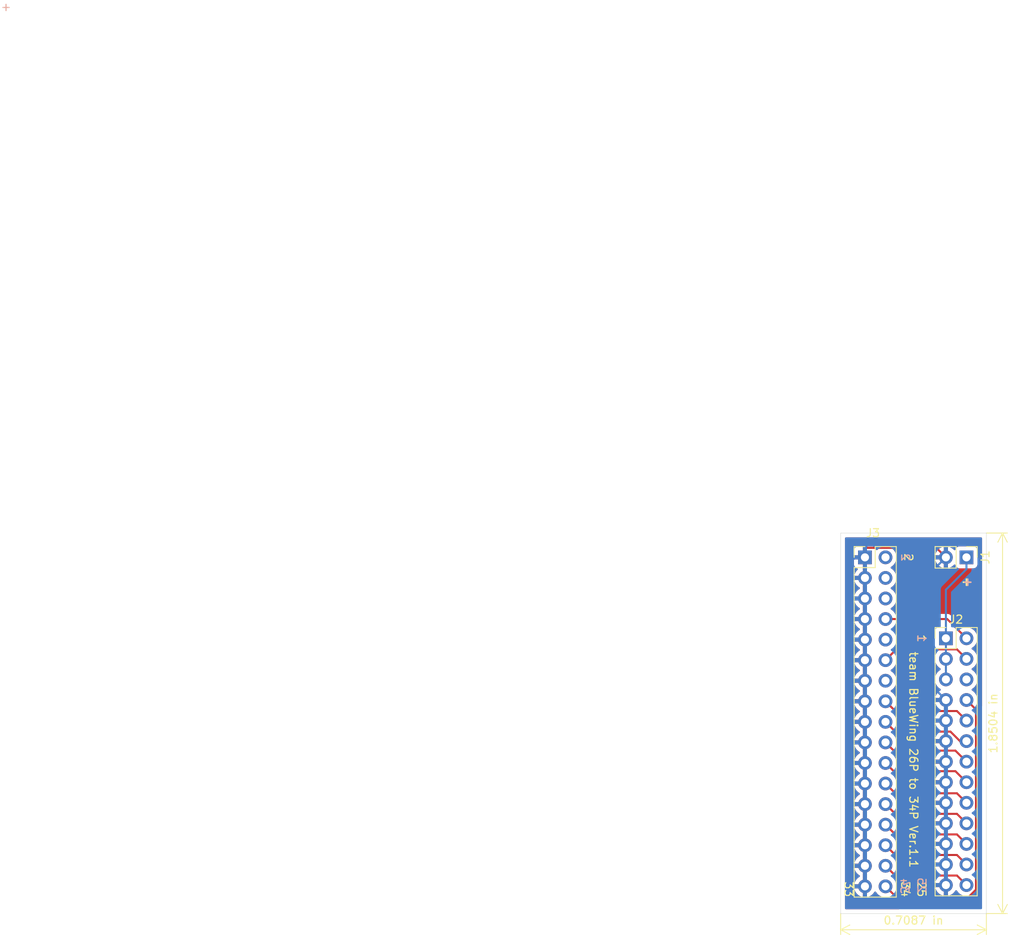
<source format=kicad_pcb>
(kicad_pcb (version 20171130) (host pcbnew "(5.1.5)-3")

  (general
    (thickness 1.6)
    (drawings 19)
    (tracks 61)
    (zones 0)
    (modules 3)
    (nets 21)
  )

  (page A4)
  (layers
    (0 F.Cu signal)
    (31 B.Cu signal)
    (32 B.Adhes user)
    (33 F.Adhes user)
    (34 B.Paste user)
    (35 F.Paste user)
    (36 B.SilkS user)
    (37 F.SilkS user)
    (38 B.Mask user)
    (39 F.Mask user)
    (40 Dwgs.User user)
    (41 Cmts.User user)
    (42 Eco1.User user)
    (43 Eco2.User user)
    (44 Edge.Cuts user)
    (45 Margin user)
    (46 B.CrtYd user)
    (47 F.CrtYd user)
    (48 B.Fab user)
    (49 F.Fab user)
  )

  (setup
    (last_trace_width 0.25)
    (user_trace_width 0.5)
    (trace_clearance 0.2)
    (zone_clearance 0.508)
    (zone_45_only no)
    (trace_min 0.2)
    (via_size 0.8)
    (via_drill 0.4)
    (via_min_size 0.4)
    (via_min_drill 0.3)
    (uvia_size 0.3)
    (uvia_drill 0.1)
    (uvias_allowed no)
    (uvia_min_size 0.2)
    (uvia_min_drill 0.1)
    (edge_width 0.05)
    (segment_width 0.2)
    (pcb_text_width 0.3)
    (pcb_text_size 1.5 1.5)
    (mod_edge_width 0.12)
    (mod_text_size 1 1)
    (mod_text_width 0.15)
    (pad_size 1.524 1.524)
    (pad_drill 0.762)
    (pad_to_mask_clearance 0.051)
    (solder_mask_min_width 0.25)
    (aux_axis_origin 103 65)
    (visible_elements 7FFFFFFF)
    (pcbplotparams
      (layerselection 0x010fc_ffffffff)
      (usegerberextensions true)
      (usegerberattributes false)
      (usegerberadvancedattributes false)
      (creategerberjobfile false)
      (excludeedgelayer true)
      (linewidth 0.100000)
      (plotframeref false)
      (viasonmask false)
      (mode 1)
      (useauxorigin false)
      (hpglpennumber 1)
      (hpglpenspeed 20)
      (hpglpendiameter 15.000000)
      (psnegative false)
      (psa4output false)
      (plotreference true)
      (plotvalue true)
      (plotinvisibletext false)
      (padsonsilk false)
      (subtractmaskfromsilk false)
      (outputformat 1)
      (mirror false)
      (drillshape 0)
      (scaleselection 1)
      (outputdirectory "./garber/"))
  )

  (net 0 "")
  (net 1 +5V)
  (net 2 Earth)
  (net 3 /sig1)
  (net 4 /sig2)
  (net 5 "Net-(J2-Pad6)")
  (net 6 /sig3)
  (net 7 /sig4)
  (net 8 /sig5)
  (net 9 /sig6)
  (net 10 /sig7)
  (net 11 /sig8)
  (net 12 /sig9)
  (net 13 /sig10)
  (net 14 /sig11)
  (net 15 /sig12)
  (net 16 "Net-(J3-Pad2)")
  (net 17 "Net-(J3-Pad4)")
  (net 18 "Net-(J3-Pad6)")
  (net 19 "Net-(J3-Pad10)")
  (net 20 "Net-(J3-Pad14)")

  (net_class Default "これはデフォルトのネット クラスです。"
    (clearance 0.2)
    (trace_width 0.25)
    (via_dia 0.8)
    (via_drill 0.4)
    (uvia_dia 0.3)
    (uvia_drill 0.1)
    (add_net +5V)
    (add_net /sig1)
    (add_net /sig10)
    (add_net /sig11)
    (add_net /sig12)
    (add_net /sig2)
    (add_net /sig3)
    (add_net /sig4)
    (add_net /sig5)
    (add_net /sig6)
    (add_net /sig7)
    (add_net /sig8)
    (add_net /sig9)
    (add_net Earth)
    (add_net "Net-(J2-Pad6)")
    (add_net "Net-(J3-Pad10)")
    (add_net "Net-(J3-Pad14)")
    (add_net "Net-(J3-Pad2)")
    (add_net "Net-(J3-Pad4)")
    (add_net "Net-(J3-Pad6)")
  )

  (module Connector_PinHeader_2.54mm:PinHeader_1x02_P2.54mm_Vertical (layer F.Cu) (tedit 59FED5CC) (tstamp 5EB261A6)
    (at 118.54 68 270)
    (descr "Through hole straight pin header, 1x02, 2.54mm pitch, single row")
    (tags "Through hole pin header THT 1x02 2.54mm single row")
    (path /5EB43A78)
    (fp_text reference J1 (at 0 -2.33 90) (layer F.SilkS)
      (effects (font (size 1 1) (thickness 0.15)))
    )
    (fp_text value "5v power" (at 2.54 1.27) (layer F.Fab)
      (effects (font (size 1 1) (thickness 0.15)))
    )
    (fp_line (start -0.635 -1.27) (end 1.27 -1.27) (layer F.Fab) (width 0.1))
    (fp_line (start 1.27 -1.27) (end 1.27 3.81) (layer F.Fab) (width 0.1))
    (fp_line (start 1.27 3.81) (end -1.27 3.81) (layer F.Fab) (width 0.1))
    (fp_line (start -1.27 3.81) (end -1.27 -0.635) (layer F.Fab) (width 0.1))
    (fp_line (start -1.27 -0.635) (end -0.635 -1.27) (layer F.Fab) (width 0.1))
    (fp_line (start -1.33 3.87) (end 1.33 3.87) (layer F.SilkS) (width 0.12))
    (fp_line (start -1.33 1.27) (end -1.33 3.87) (layer F.SilkS) (width 0.12))
    (fp_line (start 1.33 1.27) (end 1.33 3.87) (layer F.SilkS) (width 0.12))
    (fp_line (start -1.33 1.27) (end 1.33 1.27) (layer F.SilkS) (width 0.12))
    (fp_line (start -1.33 0) (end -1.33 -1.33) (layer F.SilkS) (width 0.12))
    (fp_line (start -1.33 -1.33) (end 0 -1.33) (layer F.SilkS) (width 0.12))
    (fp_line (start -1.8 -1.8) (end -1.8 4.35) (layer F.CrtYd) (width 0.05))
    (fp_line (start -1.8 4.35) (end 1.8 4.35) (layer F.CrtYd) (width 0.05))
    (fp_line (start 1.8 4.35) (end 1.8 -1.8) (layer F.CrtYd) (width 0.05))
    (fp_line (start 1.8 -1.8) (end -1.8 -1.8) (layer F.CrtYd) (width 0.05))
    (fp_text user %R (at 0 1.27) (layer F.Fab)
      (effects (font (size 1 1) (thickness 0.15)))
    )
    (pad 1 thru_hole rect (at 0 0 270) (size 1.7 1.7) (drill 1) (layers *.Cu *.Mask)
      (net 1 +5V))
    (pad 2 thru_hole oval (at 0 2.54 270) (size 1.7 1.7) (drill 1) (layers *.Cu *.Mask)
      (net 2 Earth))
    (model ${KISYS3DMOD}/Connector_PinHeader_2.54mm.3dshapes/PinHeader_1x02_P2.54mm_Vertical.wrl
      (at (xyz 0 0 0))
      (scale (xyz 1 1 1))
      (rotate (xyz 0 0 0))
    )
  )

  (module Connector_PinHeader_2.54mm:PinHeader_2x13_P2.54mm_Vertical (layer F.Cu) (tedit 59FED5CC) (tstamp 5EB28F2A)
    (at 116 78)
    (descr "Through hole straight pin header, 2x13, 2.54mm pitch, double rows")
    (tags "Through hole pin header THT 2x13 2.54mm double row")
    (path /5EB14DBD)
    (fp_text reference J2 (at 1.27 -2.33) (layer F.SilkS)
      (effects (font (size 1 1) (thickness 0.15)))
    )
    (fp_text value FDD_26P (at 1.27 32.81) (layer F.Fab)
      (effects (font (size 1 1) (thickness 0.15)))
    )
    (fp_line (start 0 -1.27) (end 3.81 -1.27) (layer F.Fab) (width 0.1))
    (fp_line (start 3.81 -1.27) (end 3.81 31.75) (layer F.Fab) (width 0.1))
    (fp_line (start 3.81 31.75) (end -1.27 31.75) (layer F.Fab) (width 0.1))
    (fp_line (start -1.27 31.75) (end -1.27 0) (layer F.Fab) (width 0.1))
    (fp_line (start -1.27 0) (end 0 -1.27) (layer F.Fab) (width 0.1))
    (fp_line (start -1.33 31.81) (end 3.87 31.81) (layer F.SilkS) (width 0.12))
    (fp_line (start -1.33 1.27) (end -1.33 31.81) (layer F.SilkS) (width 0.12))
    (fp_line (start 3.87 -1.33) (end 3.87 31.81) (layer F.SilkS) (width 0.12))
    (fp_line (start -1.33 1.27) (end 1.27 1.27) (layer F.SilkS) (width 0.12))
    (fp_line (start 1.27 1.27) (end 1.27 -1.33) (layer F.SilkS) (width 0.12))
    (fp_line (start 1.27 -1.33) (end 3.87 -1.33) (layer F.SilkS) (width 0.12))
    (fp_line (start -1.33 0) (end -1.33 -1.33) (layer F.SilkS) (width 0.12))
    (fp_line (start -1.33 -1.33) (end 0 -1.33) (layer F.SilkS) (width 0.12))
    (fp_line (start -1.8 -1.8) (end -1.8 32.25) (layer F.CrtYd) (width 0.05))
    (fp_line (start -1.8 32.25) (end 4.35 32.25) (layer F.CrtYd) (width 0.05))
    (fp_line (start 4.35 32.25) (end 4.35 -1.8) (layer F.CrtYd) (width 0.05))
    (fp_line (start 4.35 -1.8) (end -1.8 -1.8) (layer F.CrtYd) (width 0.05))
    (fp_text user %R (at 1.27 15.24 90) (layer F.Fab)
      (effects (font (size 1 1) (thickness 0.15)))
    )
    (pad 1 thru_hole rect (at 0 0) (size 1.7 1.7) (drill 1) (layers *.Cu *.Mask)
      (net 1 +5V))
    (pad 2 thru_hole oval (at 2.54 0) (size 1.7 1.7) (drill 1) (layers *.Cu *.Mask)
      (net 3 /sig1))
    (pad 3 thru_hole oval (at 0 2.54) (size 1.7 1.7) (drill 1) (layers *.Cu *.Mask)
      (net 1 +5V))
    (pad 4 thru_hole oval (at 2.54 2.54) (size 1.7 1.7) (drill 1) (layers *.Cu *.Mask)
      (net 4 /sig2))
    (pad 5 thru_hole oval (at 0 5.08) (size 1.7 1.7) (drill 1) (layers *.Cu *.Mask)
      (net 1 +5V))
    (pad 6 thru_hole oval (at 2.54 5.08) (size 1.7 1.7) (drill 1) (layers *.Cu *.Mask)
      (net 5 "Net-(J2-Pad6)"))
    (pad 7 thru_hole oval (at 0 7.62) (size 1.7 1.7) (drill 1) (layers *.Cu *.Mask)
      (net 2 Earth))
    (pad 8 thru_hole oval (at 2.54 7.62) (size 1.7 1.7) (drill 1) (layers *.Cu *.Mask)
      (net 6 /sig3))
    (pad 9 thru_hole oval (at 0 10.16) (size 1.7 1.7) (drill 1) (layers *.Cu *.Mask)
      (net 2 Earth))
    (pad 10 thru_hole oval (at 2.54 10.16) (size 1.7 1.7) (drill 1) (layers *.Cu *.Mask)
      (net 7 /sig4))
    (pad 11 thru_hole oval (at 0 12.7) (size 1.7 1.7) (drill 1) (layers *.Cu *.Mask)
      (net 2 Earth))
    (pad 12 thru_hole oval (at 2.54 12.7) (size 1.7 1.7) (drill 1) (layers *.Cu *.Mask)
      (net 8 /sig5))
    (pad 13 thru_hole oval (at 0 15.24) (size 1.7 1.7) (drill 1) (layers *.Cu *.Mask)
      (net 2 Earth))
    (pad 14 thru_hole oval (at 2.54 15.24) (size 1.7 1.7) (drill 1) (layers *.Cu *.Mask)
      (net 9 /sig6))
    (pad 15 thru_hole oval (at 0 17.78) (size 1.7 1.7) (drill 1) (layers *.Cu *.Mask)
      (net 2 Earth))
    (pad 16 thru_hole oval (at 2.54 17.78) (size 1.7 1.7) (drill 1) (layers *.Cu *.Mask)
      (net 10 /sig7))
    (pad 17 thru_hole oval (at 0 20.32) (size 1.7 1.7) (drill 1) (layers *.Cu *.Mask)
      (net 2 Earth))
    (pad 18 thru_hole oval (at 2.54 20.32) (size 1.7 1.7) (drill 1) (layers *.Cu *.Mask)
      (net 11 /sig8))
    (pad 19 thru_hole oval (at 0 22.86) (size 1.7 1.7) (drill 1) (layers *.Cu *.Mask)
      (net 2 Earth))
    (pad 20 thru_hole oval (at 2.54 22.86) (size 1.7 1.7) (drill 1) (layers *.Cu *.Mask)
      (net 12 /sig9))
    (pad 21 thru_hole oval (at 0 25.4) (size 1.7 1.7) (drill 1) (layers *.Cu *.Mask)
      (net 2 Earth))
    (pad 22 thru_hole oval (at 2.54 25.4) (size 1.7 1.7) (drill 1) (layers *.Cu *.Mask)
      (net 13 /sig10))
    (pad 23 thru_hole oval (at 0 27.94) (size 1.7 1.7) (drill 1) (layers *.Cu *.Mask)
      (net 2 Earth))
    (pad 24 thru_hole oval (at 2.54 27.94) (size 1.7 1.7) (drill 1) (layers *.Cu *.Mask)
      (net 14 /sig11))
    (pad 25 thru_hole oval (at 0 30.48) (size 1.7 1.7) (drill 1) (layers *.Cu *.Mask)
      (net 2 Earth))
    (pad 26 thru_hole oval (at 2.54 30.48) (size 1.7 1.7) (drill 1) (layers *.Cu *.Mask)
      (net 15 /sig12))
    (model ${KISYS3DMOD}/Connector_PinHeader_2.54mm.3dshapes/PinHeader_2x13_P2.54mm_Vertical.wrl
      (at (xyz 0 0 0))
      (scale (xyz 1 1 1))
      (rotate (xyz 0 0 0))
    )
  )

  (module Connector_PinHeader_2.54mm:PinHeader_2x17_P2.54mm_Vertical (layer F.Cu) (tedit 59FED5CC) (tstamp 5EB2620E)
    (at 106 68)
    (descr "Through hole straight pin header, 2x17, 2.54mm pitch, double rows")
    (tags "Through hole pin header THT 2x17 2.54mm double row")
    (path /5EB1D930)
    (fp_text reference J3 (at 1 -3) (layer F.SilkS)
      (effects (font (size 1 1) (thickness 0.15)))
    )
    (fp_text value FDD_34P (at 1.27 42.97) (layer F.Fab)
      (effects (font (size 1 1) (thickness 0.15)))
    )
    (fp_line (start 0 -1.27) (end 3.81 -1.27) (layer F.Fab) (width 0.1))
    (fp_line (start 3.81 -1.27) (end 3.81 41.91) (layer F.Fab) (width 0.1))
    (fp_line (start 3.81 41.91) (end -1.27 41.91) (layer F.Fab) (width 0.1))
    (fp_line (start -1.27 41.91) (end -1.27 0) (layer F.Fab) (width 0.1))
    (fp_line (start -1.27 0) (end 0 -1.27) (layer F.Fab) (width 0.1))
    (fp_line (start -1.33 41.97) (end 3.87 41.97) (layer F.SilkS) (width 0.12))
    (fp_line (start -1.33 1.27) (end -1.33 41.97) (layer F.SilkS) (width 0.12))
    (fp_line (start 3.87 -1.33) (end 3.87 41.97) (layer F.SilkS) (width 0.12))
    (fp_line (start -1.33 1.27) (end 1.27 1.27) (layer F.SilkS) (width 0.12))
    (fp_line (start 1.27 1.27) (end 1.27 -1.33) (layer F.SilkS) (width 0.12))
    (fp_line (start 1.27 -1.33) (end 3.87 -1.33) (layer F.SilkS) (width 0.12))
    (fp_line (start -1.33 0) (end -1.33 -1.33) (layer F.SilkS) (width 0.12))
    (fp_line (start -1.33 -1.33) (end 0 -1.33) (layer F.SilkS) (width 0.12))
    (fp_line (start -1.8 -1.8) (end -1.8 42.45) (layer F.CrtYd) (width 0.05))
    (fp_line (start -1.8 42.45) (end 4.35 42.45) (layer F.CrtYd) (width 0.05))
    (fp_line (start 4.35 42.45) (end 4.35 -1.8) (layer F.CrtYd) (width 0.05))
    (fp_line (start 4.35 -1.8) (end -1.8 -1.8) (layer F.CrtYd) (width 0.05))
    (fp_text user %R (at 1.27 20.32 90) (layer F.Fab)
      (effects (font (size 1 1) (thickness 0.15)))
    )
    (pad 1 thru_hole rect (at 0 0) (size 1.7 1.7) (drill 1) (layers *.Cu *.Mask)
      (net 2 Earth))
    (pad 2 thru_hole oval (at 2.54 0) (size 1.7 1.7) (drill 1) (layers *.Cu *.Mask)
      (net 16 "Net-(J3-Pad2)"))
    (pad 3 thru_hole oval (at 0 2.54) (size 1.7 1.7) (drill 1) (layers *.Cu *.Mask)
      (net 2 Earth))
    (pad 4 thru_hole oval (at 2.54 2.54) (size 1.7 1.7) (drill 1) (layers *.Cu *.Mask)
      (net 17 "Net-(J3-Pad4)"))
    (pad 5 thru_hole oval (at 0 5.08) (size 1.7 1.7) (drill 1) (layers *.Cu *.Mask)
      (net 2 Earth))
    (pad 6 thru_hole oval (at 2.54 5.08) (size 1.7 1.7) (drill 1) (layers *.Cu *.Mask)
      (net 18 "Net-(J3-Pad6)"))
    (pad 7 thru_hole oval (at 0 7.62) (size 1.7 1.7) (drill 1) (layers *.Cu *.Mask)
      (net 2 Earth))
    (pad 8 thru_hole oval (at 2.54 7.62) (size 1.7 1.7) (drill 1) (layers *.Cu *.Mask)
      (net 3 /sig1))
    (pad 9 thru_hole oval (at 0 10.16) (size 1.7 1.7) (drill 1) (layers *.Cu *.Mask)
      (net 2 Earth))
    (pad 10 thru_hole oval (at 2.54 10.16) (size 1.7 1.7) (drill 1) (layers *.Cu *.Mask)
      (net 19 "Net-(J3-Pad10)"))
    (pad 11 thru_hole oval (at 0 12.7) (size 1.7 1.7) (drill 1) (layers *.Cu *.Mask)
      (net 2 Earth))
    (pad 12 thru_hole oval (at 2.54 12.7) (size 1.7 1.7) (drill 1) (layers *.Cu *.Mask)
      (net 4 /sig2))
    (pad 13 thru_hole oval (at 0 15.24) (size 1.7 1.7) (drill 1) (layers *.Cu *.Mask)
      (net 2 Earth))
    (pad 14 thru_hole oval (at 2.54 15.24) (size 1.7 1.7) (drill 1) (layers *.Cu *.Mask)
      (net 20 "Net-(J3-Pad14)"))
    (pad 15 thru_hole oval (at 0 17.78) (size 1.7 1.7) (drill 1) (layers *.Cu *.Mask)
      (net 2 Earth))
    (pad 16 thru_hole oval (at 2.54 17.78) (size 1.7 1.7) (drill 1) (layers *.Cu *.Mask)
      (net 7 /sig4))
    (pad 17 thru_hole oval (at 0 20.32) (size 1.7 1.7) (drill 1) (layers *.Cu *.Mask)
      (net 2 Earth))
    (pad 18 thru_hole oval (at 2.54 20.32) (size 1.7 1.7) (drill 1) (layers *.Cu *.Mask)
      (net 8 /sig5))
    (pad 19 thru_hole oval (at 0 22.86) (size 1.7 1.7) (drill 1) (layers *.Cu *.Mask)
      (net 2 Earth))
    (pad 20 thru_hole oval (at 2.54 22.86) (size 1.7 1.7) (drill 1) (layers *.Cu *.Mask)
      (net 9 /sig6))
    (pad 21 thru_hole oval (at 0 25.4) (size 1.7 1.7) (drill 1) (layers *.Cu *.Mask)
      (net 2 Earth))
    (pad 22 thru_hole oval (at 2.54 25.4) (size 1.7 1.7) (drill 1) (layers *.Cu *.Mask)
      (net 10 /sig7))
    (pad 23 thru_hole oval (at 0 27.94) (size 1.7 1.7) (drill 1) (layers *.Cu *.Mask)
      (net 2 Earth))
    (pad 24 thru_hole oval (at 2.54 27.94) (size 1.7 1.7) (drill 1) (layers *.Cu *.Mask)
      (net 11 /sig8))
    (pad 25 thru_hole oval (at 0 30.48) (size 1.7 1.7) (drill 1) (layers *.Cu *.Mask)
      (net 2 Earth))
    (pad 26 thru_hole oval (at 2.54 30.48) (size 1.7 1.7) (drill 1) (layers *.Cu *.Mask)
      (net 12 /sig9))
    (pad 27 thru_hole oval (at 0 33.02) (size 1.7 1.7) (drill 1) (layers *.Cu *.Mask)
      (net 2 Earth))
    (pad 28 thru_hole oval (at 2.54 33.02) (size 1.7 1.7) (drill 1) (layers *.Cu *.Mask)
      (net 13 /sig10))
    (pad 29 thru_hole oval (at 0 35.56) (size 1.7 1.7) (drill 1) (layers *.Cu *.Mask)
      (net 2 Earth))
    (pad 30 thru_hole oval (at 2.54 35.56) (size 1.7 1.7) (drill 1) (layers *.Cu *.Mask)
      (net 14 /sig11))
    (pad 31 thru_hole oval (at 0 38.1) (size 1.7 1.7) (drill 1) (layers *.Cu *.Mask)
      (net 2 Earth))
    (pad 32 thru_hole oval (at 2.54 38.1) (size 1.7 1.7) (drill 1) (layers *.Cu *.Mask)
      (net 15 /sig12))
    (pad 33 thru_hole oval (at 0 40.64) (size 1.7 1.7) (drill 1) (layers *.Cu *.Mask)
      (net 2 Earth))
    (pad 34 thru_hole oval (at 2.54 40.64) (size 1.7 1.7) (drill 1) (layers *.Cu *.Mask)
      (net 6 /sig3))
    (model ${KISYS3DMOD}/Connector_PinHeader_2.54mm.3dshapes/PinHeader_2x17_P2.54mm_Vertical.wrl
      (at (xyz 0 0 0))
      (scale (xyz 1 1 1))
      (rotate (xyz 0 0 0))
    )
  )

  (gr_text "34\n" (at 110.9 108.6 -90) (layer B.SilkS) (tstamp 5ED2249C)
    (effects (font (size 1 1) (thickness 0.15)) (justify mirror))
  )
  (gr_text 25 (at 113 108.5 -90) (layer B.SilkS)
    (effects (font (size 1 1) (thickness 0.15)) (justify mirror))
  )
  (gr_text "+\n" (at 118.7 71) (layer B.SilkS)
    (effects (font (size 1 1) (thickness 0.2)) (justify mirror))
  )
  (gr_text + (at -0.1 0) (layer B.SilkS)
    (effects (font (size 1 1) (thickness 0.15)) (justify mirror))
  )
  (gr_text 1 (at 113 78 -90) (layer B.SilkS)
    (effects (font (size 1 1) (thickness 0.15)) (justify mirror))
  )
  (gr_text 2 (at 111 68 -90) (layer B.SilkS)
    (effects (font (size 1 1) (thickness 0.15)) (justify mirror))
  )
  (dimension 47 (width 0.12) (layer F.SilkS)
    (gr_text "47.000 mm" (at 124.27 88.5 90) (layer F.SilkS)
      (effects (font (size 1 1) (thickness 0.15)))
    )
    (feature1 (pts (xy 121 65) (xy 123.586421 65)))
    (feature2 (pts (xy 121 112) (xy 123.586421 112)))
    (crossbar (pts (xy 123 112) (xy 123 65)))
    (arrow1a (pts (xy 123 65) (xy 123.586421 66.126504)))
    (arrow1b (pts (xy 123 65) (xy 122.413579 66.126504)))
    (arrow2a (pts (xy 123 112) (xy 123.586421 110.873496)))
    (arrow2b (pts (xy 123 112) (xy 122.413579 110.873496)))
  )
  (dimension 18 (width 0.12) (layer F.SilkS)
    (gr_text "18.000 mm" (at 112 115.27) (layer F.SilkS)
      (effects (font (size 1 1) (thickness 0.15)))
    )
    (feature1 (pts (xy 121 112) (xy 121 114.586421)))
    (feature2 (pts (xy 103 112) (xy 103 114.586421)))
    (crossbar (pts (xy 103 114) (xy 121 114)))
    (arrow1a (pts (xy 121 114) (xy 119.873496 114.586421)))
    (arrow1b (pts (xy 121 114) (xy 119.873496 113.413579)))
    (arrow2a (pts (xy 103 114) (xy 104.126504 114.586421)))
    (arrow2b (pts (xy 103 114) (xy 104.126504 113.413579)))
  )
  (gr_line (start 121 65) (end 103 65) (layer Edge.Cuts) (width 0.05) (tstamp 5ED20D48))
  (gr_line (start 121 112) (end 121 65) (layer Edge.Cuts) (width 0.05))
  (gr_line (start 103 112) (end 121 112) (layer Edge.Cuts) (width 0.05))
  (gr_line (start 103 65) (end 103 112) (layer Edge.Cuts) (width 0.05))
  (gr_text 25 (at 113 109 -90) (layer F.SilkS) (tstamp 5ED174CF)
    (effects (font (size 1 1) (thickness 0.15)))
  )
  (gr_text "34\n" (at 111 109 -90) (layer F.SilkS) (tstamp 5ED174CF)
    (effects (font (size 1 1) (thickness 0.15)))
  )
  (gr_text "team BlueWing 26P to 34P Ver.1.1" (at 112 93 -90) (layer F.SilkS)
    (effects (font (size 1 1) (thickness 0.15)))
  )
  (gr_text + (at 118.54 71) (layer F.SilkS)
    (effects (font (size 1 1) (thickness 0.2)))
  )
  (gr_text 33 (at 104 109 -90) (layer F.SilkS)
    (effects (font (size 1 1) (thickness 0.15)))
  )
  (gr_text 2 (at 111.38 68 -90) (layer F.SilkS) (tstamp 5EB76A0D)
    (effects (font (size 1 1) (thickness 0.15)))
  )
  (gr_text 1 (at 113 78 -90) (layer F.SilkS) (tstamp 5EB290A3)
    (effects (font (size 1 1) (thickness 0.15)))
  )

  (segment (start 118.54 68) (end 118.54 69.46) (width 0.25) (layer B.Cu) (net 1))
  (segment (start 116 72) (end 116 83.08) (width 0.25) (layer B.Cu) (net 1))
  (segment (start 118.54 69.46) (end 116 72) (width 0.25) (layer B.Cu) (net 1))
  (segment (start 106.075001 66.824999) (end 106 66.9) (width 0.25) (layer F.Cu) (net 2))
  (segment (start 114.824999 66.824999) (end 106.075001 66.824999) (width 0.25) (layer F.Cu) (net 2))
  (segment (start 106 66.9) (end 106 68) (width 0.25) (layer F.Cu) (net 2))
  (segment (start 116 68) (end 114.824999 66.824999) (width 0.25) (layer F.Cu) (net 2))
  (segment (start 106 68) (end 106 107) (width 0.25) (layer F.Cu) (net 2))
  (segment (start 106 68) (end 106 108.64) (width 0.25) (layer F.Cu) (net 2))
  (segment (start 116 85.62) (end 116 108.48) (width 0.25) (layer B.Cu) (net 2))
  (segment (start 116 85.62) (end 113.38 83) (width 0.25) (layer B.Cu) (net 2))
  (segment (start 113.38 70.62) (end 116 68) (width 0.25) (layer B.Cu) (net 2))
  (segment (start 113.38 83) (end 113.38 70.62) (width 0.25) (layer B.Cu) (net 2))
  (segment (start 116.16 75.62) (end 108.54 75.62) (width 0.25) (layer F.Cu) (net 3))
  (segment (start 118.54 78) (end 116.16 75.62) (width 0.25) (layer F.Cu) (net 3))
  (segment (start 109.389999 79.850001) (end 108.54 80.7) (width 0.25) (layer F.Cu) (net 4))
  (segment (start 109.875001 79.364999) (end 109.389999 79.850001) (width 0.25) (layer F.Cu) (net 4))
  (segment (start 117.364999 79.364999) (end 109.875001 79.364999) (width 0.25) (layer F.Cu) (net 4))
  (segment (start 118.54 80.54) (end 117.364999 79.364999) (width 0.25) (layer F.Cu) (net 4))
  (segment (start 119.715001 109.044001) (end 117.759002 111) (width 0.25) (layer F.Cu) (net 6))
  (segment (start 118.54 85.62) (end 119.715001 86.795001) (width 0.25) (layer F.Cu) (net 6))
  (segment (start 119.715001 86.795001) (end 119.715001 109.044001) (width 0.25) (layer F.Cu) (net 6))
  (segment (start 110.9 111) (end 108.54 108.64) (width 0.25) (layer F.Cu) (net 6))
  (segment (start 117.759002 111) (end 110.9 111) (width 0.25) (layer F.Cu) (net 6))
  (segment (start 109.389999 86.629999) (end 108.54 85.78) (width 0.25) (layer F.Cu) (net 7))
  (segment (start 109.744999 86.984999) (end 109.389999 86.629999) (width 0.25) (layer F.Cu) (net 7))
  (segment (start 117.364999 86.984999) (end 109.744999 86.984999) (width 0.25) (layer F.Cu) (net 7))
  (segment (start 118.54 88.16) (end 117.364999 86.984999) (width 0.25) (layer F.Cu) (net 7))
  (segment (start 109.744999 89.524999) (end 109.389999 89.169999) (width 0.25) (layer F.Cu) (net 8))
  (segment (start 116.564001 89.524999) (end 109.744999 89.524999) (width 0.25) (layer F.Cu) (net 8))
  (segment (start 109.389999 89.169999) (end 108.54 88.32) (width 0.25) (layer F.Cu) (net 8))
  (segment (start 117.739002 90.7) (end 116.564001 89.524999) (width 0.25) (layer F.Cu) (net 8))
  (segment (start 118.54 90.7) (end 117.739002 90.7) (width 0.25) (layer F.Cu) (net 8))
  (segment (start 109.389999 91.709999) (end 108.54 90.86) (width 0.25) (layer F.Cu) (net 9))
  (segment (start 109.555001 91.875001) (end 109.389999 91.709999) (width 0.25) (layer F.Cu) (net 9))
  (segment (start 117.175001 91.875001) (end 109.555001 91.875001) (width 0.25) (layer F.Cu) (net 9))
  (segment (start 118.54 93.24) (end 117.175001 91.875001) (width 0.25) (layer F.Cu) (net 9))
  (segment (start 109.555001 94.415001) (end 109.389999 94.249999) (width 0.25) (layer F.Cu) (net 10))
  (segment (start 117.175001 94.415001) (end 109.555001 94.415001) (width 0.25) (layer F.Cu) (net 10))
  (segment (start 109.389999 94.249999) (end 108.54 93.4) (width 0.25) (layer F.Cu) (net 10))
  (segment (start 118.54 95.78) (end 117.175001 94.415001) (width 0.25) (layer F.Cu) (net 10))
  (segment (start 109.389999 96.789999) (end 108.54 95.94) (width 0.25) (layer F.Cu) (net 11))
  (segment (start 109.744999 97.144999) (end 109.389999 96.789999) (width 0.25) (layer F.Cu) (net 11))
  (segment (start 117.364999 97.144999) (end 109.744999 97.144999) (width 0.25) (layer F.Cu) (net 11))
  (segment (start 118.54 98.32) (end 117.364999 97.144999) (width 0.25) (layer F.Cu) (net 11))
  (segment (start 109.389999 99.329999) (end 108.54 98.48) (width 0.25) (layer F.Cu) (net 12))
  (segment (start 109.744999 99.684999) (end 109.389999 99.329999) (width 0.25) (layer F.Cu) (net 12))
  (segment (start 117.364999 99.684999) (end 109.744999 99.684999) (width 0.25) (layer F.Cu) (net 12))
  (segment (start 118.54 100.86) (end 117.364999 99.684999) (width 0.25) (layer F.Cu) (net 12))
  (segment (start 109.389999 101.869999) (end 108.54 101.02) (width 0.25) (layer F.Cu) (net 13))
  (segment (start 109.744999 102.224999) (end 109.389999 101.869999) (width 0.25) (layer F.Cu) (net 13))
  (segment (start 117.364999 102.224999) (end 109.744999 102.224999) (width 0.25) (layer F.Cu) (net 13))
  (segment (start 118.54 103.4) (end 117.364999 102.224999) (width 0.25) (layer F.Cu) (net 13))
  (segment (start 109.744999 104.764999) (end 109.389999 104.409999) (width 0.25) (layer F.Cu) (net 14))
  (segment (start 109.389999 104.409999) (end 108.54 103.56) (width 0.25) (layer F.Cu) (net 14))
  (segment (start 117.364999 104.764999) (end 109.744999 104.764999) (width 0.25) (layer F.Cu) (net 14))
  (segment (start 118.54 105.94) (end 117.364999 104.764999) (width 0.25) (layer F.Cu) (net 14))
  (segment (start 109.389999 106.949999) (end 108.54 106.1) (width 0.25) (layer F.Cu) (net 15))
  (segment (start 109.744999 107.304999) (end 109.389999 106.949999) (width 0.25) (layer F.Cu) (net 15))
  (segment (start 117.364999 107.304999) (end 109.744999 107.304999) (width 0.25) (layer F.Cu) (net 15))
  (segment (start 118.54 108.48) (end 117.364999 107.304999) (width 0.25) (layer F.Cu) (net 15))

  (zone (net 2) (net_name Earth) (layer F.Cu) (tstamp 0) (hatch edge 0.508)
    (connect_pads (clearance 0.508))
    (min_thickness 0.254)
    (fill yes (arc_segments 32) (thermal_gap 0.508) (thermal_bridge_width 0.508))
    (polygon
      (pts
        (xy 121 112) (xy 103 112) (xy 103 65) (xy 121 65)
      )
    )
    (filled_polygon
      (pts
        (xy 120.340001 86.358571) (xy 120.255002 86.255) (xy 120.226005 86.231203) (xy 119.98121 85.986408) (xy 120.025 85.76626)
        (xy 120.025 85.47374) (xy 119.967932 85.186842) (xy 119.85599 84.916589) (xy 119.693475 84.673368) (xy 119.486632 84.466525)
        (xy 119.31224 84.35) (xy 119.486632 84.233475) (xy 119.693475 84.026632) (xy 119.85599 83.783411) (xy 119.967932 83.513158)
        (xy 120.025 83.22626) (xy 120.025 82.93374) (xy 119.967932 82.646842) (xy 119.85599 82.376589) (xy 119.693475 82.133368)
        (xy 119.486632 81.926525) (xy 119.31224 81.81) (xy 119.486632 81.693475) (xy 119.693475 81.486632) (xy 119.85599 81.243411)
        (xy 119.967932 80.973158) (xy 120.025 80.68626) (xy 120.025 80.39374) (xy 119.967932 80.106842) (xy 119.85599 79.836589)
        (xy 119.693475 79.593368) (xy 119.486632 79.386525) (xy 119.31224 79.27) (xy 119.486632 79.153475) (xy 119.693475 78.946632)
        (xy 119.85599 78.703411) (xy 119.967932 78.433158) (xy 120.025 78.14626) (xy 120.025 77.85374) (xy 119.967932 77.566842)
        (xy 119.85599 77.296589) (xy 119.693475 77.053368) (xy 119.486632 76.846525) (xy 119.243411 76.68401) (xy 118.973158 76.572068)
        (xy 118.68626 76.515) (xy 118.39374 76.515) (xy 118.173592 76.55879) (xy 116.723804 75.109003) (xy 116.700001 75.079999)
        (xy 116.584276 74.985026) (xy 116.452247 74.914454) (xy 116.308986 74.870997) (xy 116.197333 74.86) (xy 116.197322 74.86)
        (xy 116.16 74.856324) (xy 116.122678 74.86) (xy 109.818178 74.86) (xy 109.693475 74.673368) (xy 109.486632 74.466525)
        (xy 109.31224 74.35) (xy 109.486632 74.233475) (xy 109.693475 74.026632) (xy 109.85599 73.783411) (xy 109.967932 73.513158)
        (xy 110.025 73.22626) (xy 110.025 72.93374) (xy 109.967932 72.646842) (xy 109.85599 72.376589) (xy 109.693475 72.133368)
        (xy 109.486632 71.926525) (xy 109.31224 71.81) (xy 109.486632 71.693475) (xy 109.693475 71.486632) (xy 109.85599 71.243411)
        (xy 109.967932 70.973158) (xy 110.025 70.68626) (xy 110.025 70.39374) (xy 109.967932 70.106842) (xy 109.85599 69.836589)
        (xy 109.693475 69.593368) (xy 109.486632 69.386525) (xy 109.31224 69.27) (xy 109.486632 69.153475) (xy 109.693475 68.946632)
        (xy 109.85599 68.703411) (xy 109.967932 68.433158) (xy 109.983102 68.356891) (xy 114.558519 68.356891) (xy 114.655843 68.631252)
        (xy 114.804822 68.881355) (xy 114.999731 69.097588) (xy 115.23308 69.271641) (xy 115.495901 69.396825) (xy 115.64311 69.441476)
        (xy 115.873 69.320155) (xy 115.873 68.127) (xy 114.679186 68.127) (xy 114.558519 68.356891) (xy 109.983102 68.356891)
        (xy 110.025 68.14626) (xy 110.025 67.85374) (xy 109.983103 67.643109) (xy 114.558519 67.643109) (xy 114.679186 67.873)
        (xy 115.873 67.873) (xy 115.873 66.679845) (xy 116.127 66.679845) (xy 116.127 67.873) (xy 116.147 67.873)
        (xy 116.147 68.127) (xy 116.127 68.127) (xy 116.127 69.320155) (xy 116.35689 69.441476) (xy 116.504099 69.396825)
        (xy 116.76692 69.271641) (xy 117.000269 69.097588) (xy 117.076034 69.013534) (xy 117.100498 69.09418) (xy 117.159463 69.204494)
        (xy 117.238815 69.301185) (xy 117.335506 69.380537) (xy 117.44582 69.439502) (xy 117.565518 69.475812) (xy 117.69 69.488072)
        (xy 119.39 69.488072) (xy 119.514482 69.475812) (xy 119.63418 69.439502) (xy 119.744494 69.380537) (xy 119.841185 69.301185)
        (xy 119.920537 69.204494) (xy 119.979502 69.09418) (xy 120.015812 68.974482) (xy 120.028072 68.85) (xy 120.028072 67.15)
        (xy 120.015812 67.025518) (xy 119.979502 66.90582) (xy 119.920537 66.795506) (xy 119.841185 66.698815) (xy 119.744494 66.619463)
        (xy 119.63418 66.560498) (xy 119.514482 66.524188) (xy 119.39 66.511928) (xy 117.69 66.511928) (xy 117.565518 66.524188)
        (xy 117.44582 66.560498) (xy 117.335506 66.619463) (xy 117.238815 66.698815) (xy 117.159463 66.795506) (xy 117.100498 66.90582)
        (xy 117.076034 66.986466) (xy 117.000269 66.902412) (xy 116.76692 66.728359) (xy 116.504099 66.603175) (xy 116.35689 66.558524)
        (xy 116.127 66.679845) (xy 115.873 66.679845) (xy 115.64311 66.558524) (xy 115.495901 66.603175) (xy 115.23308 66.728359)
        (xy 114.999731 66.902412) (xy 114.804822 67.118645) (xy 114.655843 67.368748) (xy 114.558519 67.643109) (xy 109.983103 67.643109)
        (xy 109.967932 67.566842) (xy 109.85599 67.296589) (xy 109.693475 67.053368) (xy 109.486632 66.846525) (xy 109.243411 66.68401)
        (xy 108.973158 66.572068) (xy 108.68626 66.515) (xy 108.39374 66.515) (xy 108.106842 66.572068) (xy 107.836589 66.68401)
        (xy 107.593368 66.846525) (xy 107.461513 66.97838) (xy 107.439502 66.90582) (xy 107.380537 66.795506) (xy 107.301185 66.698815)
        (xy 107.204494 66.619463) (xy 107.09418 66.560498) (xy 106.974482 66.524188) (xy 106.85 66.511928) (xy 106.28575 66.515)
        (xy 106.127 66.67375) (xy 106.127 67.873) (xy 106.147 67.873) (xy 106.147 68.127) (xy 106.127 68.127)
        (xy 106.127 70.413) (xy 106.147 70.413) (xy 106.147 70.667) (xy 106.127 70.667) (xy 106.127 72.953)
        (xy 106.147 72.953) (xy 106.147 73.207) (xy 106.127 73.207) (xy 106.127 75.493) (xy 106.147 75.493)
        (xy 106.147 75.747) (xy 106.127 75.747) (xy 106.127 78.033) (xy 106.147 78.033) (xy 106.147 78.287)
        (xy 106.127 78.287) (xy 106.127 80.573) (xy 106.147 80.573) (xy 106.147 80.827) (xy 106.127 80.827)
        (xy 106.127 83.113) (xy 106.147 83.113) (xy 106.147 83.367) (xy 106.127 83.367) (xy 106.127 85.653)
        (xy 106.147 85.653) (xy 106.147 85.907) (xy 106.127 85.907) (xy 106.127 88.193) (xy 106.147 88.193)
        (xy 106.147 88.447) (xy 106.127 88.447) (xy 106.127 90.733) (xy 106.147 90.733) (xy 106.147 90.987)
        (xy 106.127 90.987) (xy 106.127 93.273) (xy 106.147 93.273) (xy 106.147 93.527) (xy 106.127 93.527)
        (xy 106.127 95.813) (xy 106.147 95.813) (xy 106.147 96.067) (xy 106.127 96.067) (xy 106.127 98.353)
        (xy 106.147 98.353) (xy 106.147 98.607) (xy 106.127 98.607) (xy 106.127 100.893) (xy 106.147 100.893)
        (xy 106.147 101.147) (xy 106.127 101.147) (xy 106.127 103.433) (xy 106.147 103.433) (xy 106.147 103.687)
        (xy 106.127 103.687) (xy 106.127 105.973) (xy 106.147 105.973) (xy 106.147 106.227) (xy 106.127 106.227)
        (xy 106.127 108.513) (xy 106.147 108.513) (xy 106.147 108.767) (xy 106.127 108.767) (xy 106.127 109.960814)
        (xy 106.356891 110.081481) (xy 106.631252 109.984157) (xy 106.881355 109.835178) (xy 107.097588 109.640269) (xy 107.2689 109.410594)
        (xy 107.386525 109.586632) (xy 107.593368 109.793475) (xy 107.836589 109.95599) (xy 108.106842 110.067932) (xy 108.39374 110.125)
        (xy 108.68626 110.125) (xy 108.906408 110.081209) (xy 110.165198 111.34) (xy 103.66 111.34) (xy 103.66 108.99689)
        (xy 104.558524 108.99689) (xy 104.603175 109.144099) (xy 104.728359 109.40692) (xy 104.902412 109.640269) (xy 105.118645 109.835178)
        (xy 105.368748 109.984157) (xy 105.643109 110.081481) (xy 105.873 109.960814) (xy 105.873 108.767) (xy 104.679845 108.767)
        (xy 104.558524 108.99689) (xy 103.66 108.99689) (xy 103.66 106.45689) (xy 104.558524 106.45689) (xy 104.603175 106.604099)
        (xy 104.728359 106.86692) (xy 104.902412 107.100269) (xy 105.118645 107.295178) (xy 105.244255 107.37) (xy 105.118645 107.444822)
        (xy 104.902412 107.639731) (xy 104.728359 107.87308) (xy 104.603175 108.135901) (xy 104.558524 108.28311) (xy 104.679845 108.513)
        (xy 105.873 108.513) (xy 105.873 106.227) (xy 104.679845 106.227) (xy 104.558524 106.45689) (xy 103.66 106.45689)
        (xy 103.66 103.91689) (xy 104.558524 103.91689) (xy 104.603175 104.064099) (xy 104.728359 104.32692) (xy 104.902412 104.560269)
        (xy 105.118645 104.755178) (xy 105.244255 104.83) (xy 105.118645 104.904822) (xy 104.902412 105.099731) (xy 104.728359 105.33308)
        (xy 104.603175 105.595901) (xy 104.558524 105.74311) (xy 104.679845 105.973) (xy 105.873 105.973) (xy 105.873 103.687)
        (xy 104.679845 103.687) (xy 104.558524 103.91689) (xy 103.66 103.91689) (xy 103.66 101.37689) (xy 104.558524 101.37689)
        (xy 104.603175 101.524099) (xy 104.728359 101.78692) (xy 104.902412 102.020269) (xy 105.118645 102.215178) (xy 105.244255 102.29)
        (xy 105.118645 102.364822) (xy 104.902412 102.559731) (xy 104.728359 102.79308) (xy 104.603175 103.055901) (xy 104.558524 103.20311)
        (xy 104.679845 103.433) (xy 105.873 103.433) (xy 105.873 101.147) (xy 104.679845 101.147) (xy 104.558524 101.37689)
        (xy 103.66 101.37689) (xy 103.66 98.83689) (xy 104.558524 98.83689) (xy 104.603175 98.984099) (xy 104.728359 99.24692)
        (xy 104.902412 99.480269) (xy 105.118645 99.675178) (xy 105.244255 99.75) (xy 105.118645 99.824822) (xy 104.902412 100.019731)
        (xy 104.728359 100.25308) (xy 104.603175 100.515901) (xy 104.558524 100.66311) (xy 104.679845 100.893) (xy 105.873 100.893)
        (xy 105.873 98.607) (xy 104.679845 98.607) (xy 104.558524 98.83689) (xy 103.66 98.83689) (xy 103.66 96.29689)
        (xy 104.558524 96.29689) (xy 104.603175 96.444099) (xy 104.728359 96.70692) (xy 104.902412 96.940269) (xy 105.118645 97.135178)
        (xy 105.244255 97.21) (xy 105.118645 97.284822) (xy 104.902412 97.479731) (xy 104.728359 97.71308) (xy 104.603175 97.975901)
        (xy 104.558524 98.12311) (xy 104.679845 98.353) (xy 105.873 98.353) (xy 105.873 96.067) (xy 104.679845 96.067)
        (xy 104.558524 96.29689) (xy 103.66 96.29689) (xy 103.66 93.75689) (xy 104.558524 93.75689) (xy 104.603175 93.904099)
        (xy 104.728359 94.16692) (xy 104.902412 94.400269) (xy 105.118645 94.595178) (xy 105.244255 94.67) (xy 105.118645 94.744822)
        (xy 104.902412 94.939731) (xy 104.728359 95.17308) (xy 104.603175 95.435901) (xy 104.558524 95.58311) (xy 104.679845 95.813)
        (xy 105.873 95.813) (xy 105.873 93.527) (xy 104.679845 93.527) (xy 104.558524 93.75689) (xy 103.66 93.75689)
        (xy 103.66 91.21689) (xy 104.558524 91.21689) (xy 104.603175 91.364099) (xy 104.728359 91.62692) (xy 104.902412 91.860269)
        (xy 105.118645 92.055178) (xy 105.244255 92.13) (xy 105.118645 92.204822) (xy 104.902412 92.399731) (xy 104.728359 92.63308)
        (xy 104.603175 92.895901) (xy 104.558524 93.04311) (xy 104.679845 93.273) (xy 105.873 93.273) (xy 105.873 90.987)
        (xy 104.679845 90.987) (xy 104.558524 91.21689) (xy 103.66 91.21689) (xy 103.66 88.67689) (xy 104.558524 88.67689)
        (xy 104.603175 88.824099) (xy 104.728359 89.08692) (xy 104.902412 89.320269) (xy 105.118645 89.515178) (xy 105.244255 89.59)
        (xy 105.118645 89.664822) (xy 104.902412 89.859731) (xy 104.728359 90.09308) (xy 104.603175 90.355901) (xy 104.558524 90.50311)
        (xy 104.679845 90.733) (xy 105.873 90.733) (xy 105.873 88.447) (xy 104.679845 88.447) (xy 104.558524 88.67689)
        (xy 103.66 88.67689) (xy 103.66 86.13689) (xy 104.558524 86.13689) (xy 104.603175 86.284099) (xy 104.728359 86.54692)
        (xy 104.902412 86.780269) (xy 105.118645 86.975178) (xy 105.244255 87.05) (xy 105.118645 87.124822) (xy 104.902412 87.319731)
        (xy 104.728359 87.55308) (xy 104.603175 87.815901) (xy 104.558524 87.96311) (xy 104.679845 88.193) (xy 105.873 88.193)
        (xy 105.873 85.907) (xy 104.679845 85.907) (xy 104.558524 86.13689) (xy 103.66 86.13689) (xy 103.66 83.59689)
        (xy 104.558524 83.59689) (xy 104.603175 83.744099) (xy 104.728359 84.00692) (xy 104.902412 84.240269) (xy 105.118645 84.435178)
        (xy 105.244255 84.51) (xy 105.118645 84.584822) (xy 104.902412 84.779731) (xy 104.728359 85.01308) (xy 104.603175 85.275901)
        (xy 104.558524 85.42311) (xy 104.679845 85.653) (xy 105.873 85.653) (xy 105.873 83.367) (xy 104.679845 83.367)
        (xy 104.558524 83.59689) (xy 103.66 83.59689) (xy 103.66 81.05689) (xy 104.558524 81.05689) (xy 104.603175 81.204099)
        (xy 104.728359 81.46692) (xy 104.902412 81.700269) (xy 105.118645 81.895178) (xy 105.244255 81.97) (xy 105.118645 82.044822)
        (xy 104.902412 82.239731) (xy 104.728359 82.47308) (xy 104.603175 82.735901) (xy 104.558524 82.88311) (xy 104.679845 83.113)
        (xy 105.873 83.113) (xy 105.873 80.827) (xy 104.679845 80.827) (xy 104.558524 81.05689) (xy 103.66 81.05689)
        (xy 103.66 78.51689) (xy 104.558524 78.51689) (xy 104.603175 78.664099) (xy 104.728359 78.92692) (xy 104.902412 79.160269)
        (xy 105.118645 79.355178) (xy 105.244255 79.43) (xy 105.118645 79.504822) (xy 104.902412 79.699731) (xy 104.728359 79.93308)
        (xy 104.603175 80.195901) (xy 104.558524 80.34311) (xy 104.679845 80.573) (xy 105.873 80.573) (xy 105.873 78.287)
        (xy 104.679845 78.287) (xy 104.558524 78.51689) (xy 103.66 78.51689) (xy 103.66 75.97689) (xy 104.558524 75.97689)
        (xy 104.603175 76.124099) (xy 104.728359 76.38692) (xy 104.902412 76.620269) (xy 105.118645 76.815178) (xy 105.244255 76.89)
        (xy 105.118645 76.964822) (xy 104.902412 77.159731) (xy 104.728359 77.39308) (xy 104.603175 77.655901) (xy 104.558524 77.80311)
        (xy 104.679845 78.033) (xy 105.873 78.033) (xy 105.873 75.747) (xy 104.679845 75.747) (xy 104.558524 75.97689)
        (xy 103.66 75.97689) (xy 103.66 73.43689) (xy 104.558524 73.43689) (xy 104.603175 73.584099) (xy 104.728359 73.84692)
        (xy 104.902412 74.080269) (xy 105.118645 74.275178) (xy 105.244255 74.35) (xy 105.118645 74.424822) (xy 104.902412 74.619731)
        (xy 104.728359 74.85308) (xy 104.603175 75.115901) (xy 104.558524 75.26311) (xy 104.679845 75.493) (xy 105.873 75.493)
        (xy 105.873 73.207) (xy 104.679845 73.207) (xy 104.558524 73.43689) (xy 103.66 73.43689) (xy 103.66 70.89689)
        (xy 104.558524 70.89689) (xy 104.603175 71.044099) (xy 104.728359 71.30692) (xy 104.902412 71.540269) (xy 105.118645 71.735178)
        (xy 105.244255 71.81) (xy 105.118645 71.884822) (xy 104.902412 72.079731) (xy 104.728359 72.31308) (xy 104.603175 72.575901)
        (xy 104.558524 72.72311) (xy 104.679845 72.953) (xy 105.873 72.953) (xy 105.873 70.667) (xy 104.679845 70.667)
        (xy 104.558524 70.89689) (xy 103.66 70.89689) (xy 103.66 68.85) (xy 104.511928 68.85) (xy 104.524188 68.974482)
        (xy 104.560498 69.09418) (xy 104.619463 69.204494) (xy 104.698815 69.301185) (xy 104.795506 69.380537) (xy 104.90582 69.439502)
        (xy 104.986466 69.463966) (xy 104.902412 69.539731) (xy 104.728359 69.77308) (xy 104.603175 70.035901) (xy 104.558524 70.18311)
        (xy 104.679845 70.413) (xy 105.873 70.413) (xy 105.873 68.127) (xy 104.67375 68.127) (xy 104.515 68.28575)
        (xy 104.511928 68.85) (xy 103.66 68.85) (xy 103.66 67.15) (xy 104.511928 67.15) (xy 104.515 67.71425)
        (xy 104.67375 67.873) (xy 105.873 67.873) (xy 105.873 66.67375) (xy 105.71425 66.515) (xy 105.15 66.511928)
        (xy 105.025518 66.524188) (xy 104.90582 66.560498) (xy 104.795506 66.619463) (xy 104.698815 66.698815) (xy 104.619463 66.795506)
        (xy 104.560498 66.90582) (xy 104.524188 67.025518) (xy 104.511928 67.15) (xy 103.66 67.15) (xy 103.66 65.66)
        (xy 120.340001 65.66)
      )
    )
    (filled_polygon
      (pts
        (xy 114.558524 108.12311) (xy 114.679845 108.353) (xy 115.873 108.353) (xy 115.873 108.333) (xy 116.127 108.333)
        (xy 116.127 108.353) (xy 116.147 108.353) (xy 116.147 108.607) (xy 116.127 108.607) (xy 116.127 109.800814)
        (xy 116.356891 109.921481) (xy 116.631252 109.824157) (xy 116.881355 109.675178) (xy 117.097588 109.480269) (xy 117.2689 109.250594)
        (xy 117.386525 109.426632) (xy 117.593368 109.633475) (xy 117.836589 109.79599) (xy 117.873091 109.81111) (xy 117.444201 110.24)
        (xy 111.214802 110.24) (xy 109.981209 109.006408) (xy 110.014928 108.83689) (xy 114.558524 108.83689) (xy 114.603175 108.984099)
        (xy 114.728359 109.24692) (xy 114.902412 109.480269) (xy 115.118645 109.675178) (xy 115.368748 109.824157) (xy 115.643109 109.921481)
        (xy 115.873 109.800814) (xy 115.873 108.607) (xy 114.679845 108.607) (xy 114.558524 108.83689) (xy 110.014928 108.83689)
        (xy 110.025 108.78626) (xy 110.025 108.49374) (xy 109.967932 108.206842) (xy 109.909179 108.064999) (xy 114.57615 108.064999)
      )
    )
    (filled_polygon
      (pts
        (xy 114.558524 105.58311) (xy 114.679845 105.813) (xy 115.873 105.813) (xy 115.873 105.793) (xy 116.127 105.793)
        (xy 116.127 105.813) (xy 116.147 105.813) (xy 116.147 106.067) (xy 116.127 106.067) (xy 116.127 106.087)
        (xy 115.873 106.087) (xy 115.873 106.067) (xy 114.679845 106.067) (xy 114.558524 106.29689) (xy 114.603175 106.444099)
        (xy 114.651235 106.544999) (xy 110.0598 106.544999) (xy 109.981209 106.466408) (xy 110.025 106.24626) (xy 110.025 105.95374)
        (xy 109.967932 105.666842) (xy 109.909179 105.524999) (xy 114.57615 105.524999)
      )
    )
    (filled_polygon
      (pts
        (xy 114.558524 103.04311) (xy 114.679845 103.273) (xy 115.873 103.273) (xy 115.873 103.253) (xy 116.127 103.253)
        (xy 116.127 103.273) (xy 116.147 103.273) (xy 116.147 103.527) (xy 116.127 103.527) (xy 116.127 103.547)
        (xy 115.873 103.547) (xy 115.873 103.527) (xy 114.679845 103.527) (xy 114.558524 103.75689) (xy 114.603175 103.904099)
        (xy 114.651235 104.004999) (xy 110.0598 104.004999) (xy 109.981209 103.926408) (xy 110.025 103.70626) (xy 110.025 103.41374)
        (xy 109.967932 103.126842) (xy 109.909179 102.984999) (xy 114.57615 102.984999)
      )
    )
    (filled_polygon
      (pts
        (xy 114.558524 100.50311) (xy 114.679845 100.733) (xy 115.873 100.733) (xy 115.873 100.713) (xy 116.127 100.713)
        (xy 116.127 100.733) (xy 116.147 100.733) (xy 116.147 100.987) (xy 116.127 100.987) (xy 116.127 101.007)
        (xy 115.873 101.007) (xy 115.873 100.987) (xy 114.679845 100.987) (xy 114.558524 101.21689) (xy 114.603175 101.364099)
        (xy 114.651235 101.464999) (xy 110.0598 101.464999) (xy 109.981209 101.386408) (xy 110.025 101.16626) (xy 110.025 100.87374)
        (xy 109.967932 100.586842) (xy 109.909179 100.444999) (xy 114.57615 100.444999)
      )
    )
    (filled_polygon
      (pts
        (xy 114.558524 97.96311) (xy 114.679845 98.193) (xy 115.873 98.193) (xy 115.873 98.173) (xy 116.127 98.173)
        (xy 116.127 98.193) (xy 116.147 98.193) (xy 116.147 98.447) (xy 116.127 98.447) (xy 116.127 98.467)
        (xy 115.873 98.467) (xy 115.873 98.447) (xy 114.679845 98.447) (xy 114.558524 98.67689) (xy 114.603175 98.824099)
        (xy 114.651235 98.924999) (xy 110.0598 98.924999) (xy 109.981209 98.846408) (xy 110.025 98.62626) (xy 110.025 98.33374)
        (xy 109.967932 98.046842) (xy 109.909179 97.904999) (xy 114.57615 97.904999)
      )
    )
    (filled_polygon
      (pts
        (xy 114.603175 95.275901) (xy 114.558524 95.42311) (xy 114.679845 95.653) (xy 115.873 95.653) (xy 115.873 95.633)
        (xy 116.127 95.633) (xy 116.127 95.653) (xy 116.147 95.653) (xy 116.147 95.907) (xy 116.127 95.907)
        (xy 116.127 95.927) (xy 115.873 95.927) (xy 115.873 95.907) (xy 114.679845 95.907) (xy 114.558524 96.13689)
        (xy 114.603175 96.284099) (xy 114.651235 96.384999) (xy 110.0598 96.384999) (xy 109.981209 96.306408) (xy 110.025 96.08626)
        (xy 110.025 95.79374) (xy 109.967932 95.506842) (xy 109.85599 95.236589) (xy 109.814838 95.175001) (xy 114.651235 95.175001)
      )
    )
    (filled_polygon
      (pts
        (xy 114.603175 92.735901) (xy 114.558524 92.88311) (xy 114.679845 93.113) (xy 115.873 93.113) (xy 115.873 93.093)
        (xy 116.127 93.093) (xy 116.127 93.113) (xy 116.147 93.113) (xy 116.147 93.367) (xy 116.127 93.367)
        (xy 116.127 93.387) (xy 115.873 93.387) (xy 115.873 93.367) (xy 114.679845 93.367) (xy 114.558524 93.59689)
        (xy 114.57615 93.655001) (xy 110.00337 93.655001) (xy 110.025 93.54626) (xy 110.025 93.25374) (xy 109.967932 92.966842)
        (xy 109.85599 92.696589) (xy 109.814838 92.635001) (xy 114.651235 92.635001)
      )
    )
    (filled_polygon
      (pts
        (xy 114.558524 90.34311) (xy 114.679845 90.573) (xy 115.873 90.573) (xy 115.873 90.553) (xy 116.127 90.553)
        (xy 116.127 90.573) (xy 116.147 90.573) (xy 116.147 90.827) (xy 116.127 90.827) (xy 116.127 90.847)
        (xy 115.873 90.847) (xy 115.873 90.827) (xy 114.679845 90.827) (xy 114.558524 91.05689) (xy 114.57615 91.115001)
        (xy 110.00337 91.115001) (xy 110.025 91.00626) (xy 110.025 90.71374) (xy 109.967932 90.426842) (xy 109.909179 90.284999)
        (xy 114.57615 90.284999)
      )
    )
    (filled_polygon
      (pts
        (xy 114.558524 87.80311) (xy 114.679845 88.033) (xy 115.873 88.033) (xy 115.873 88.013) (xy 116.127 88.013)
        (xy 116.127 88.033) (xy 116.147 88.033) (xy 116.147 88.287) (xy 116.127 88.287) (xy 116.127 88.307)
        (xy 115.873 88.307) (xy 115.873 88.287) (xy 114.679845 88.287) (xy 114.558524 88.51689) (xy 114.603175 88.664099)
        (xy 114.651235 88.764999) (xy 110.0598 88.764999) (xy 109.981209 88.686408) (xy 110.025 88.46626) (xy 110.025 88.17374)
        (xy 109.967932 87.886842) (xy 109.909179 87.744999) (xy 114.57615 87.744999)
      )
    )
    (filled_polygon
      (pts
        (xy 114.515 80.39374) (xy 114.515 80.68626) (xy 114.572068 80.973158) (xy 114.68401 81.243411) (xy 114.846525 81.486632)
        (xy 115.053368 81.693475) (xy 115.22776 81.81) (xy 115.053368 81.926525) (xy 114.846525 82.133368) (xy 114.68401 82.376589)
        (xy 114.572068 82.646842) (xy 114.515 82.93374) (xy 114.515 83.22626) (xy 114.572068 83.513158) (xy 114.68401 83.783411)
        (xy 114.846525 84.026632) (xy 115.053368 84.233475) (xy 115.235534 84.355195) (xy 115.118645 84.424822) (xy 114.902412 84.619731)
        (xy 114.728359 84.85308) (xy 114.603175 85.115901) (xy 114.558524 85.26311) (xy 114.679845 85.493) (xy 115.873 85.493)
        (xy 115.873 85.473) (xy 116.127 85.473) (xy 116.127 85.493) (xy 116.147 85.493) (xy 116.147 85.747)
        (xy 116.127 85.747) (xy 116.127 85.767) (xy 115.873 85.767) (xy 115.873 85.747) (xy 114.679845 85.747)
        (xy 114.558524 85.97689) (xy 114.603175 86.124099) (xy 114.651235 86.224999) (xy 110.0598 86.224999) (xy 109.981209 86.146408)
        (xy 110.025 85.92626) (xy 110.025 85.63374) (xy 109.967932 85.346842) (xy 109.85599 85.076589) (xy 109.693475 84.833368)
        (xy 109.486632 84.626525) (xy 109.31224 84.51) (xy 109.486632 84.393475) (xy 109.693475 84.186632) (xy 109.85599 83.943411)
        (xy 109.967932 83.673158) (xy 110.025 83.38626) (xy 110.025 83.09374) (xy 109.967932 82.806842) (xy 109.85599 82.536589)
        (xy 109.693475 82.293368) (xy 109.486632 82.086525) (xy 109.31224 81.97) (xy 109.486632 81.853475) (xy 109.693475 81.646632)
        (xy 109.85599 81.403411) (xy 109.967932 81.133158) (xy 110.025 80.84626) (xy 110.025 80.55374) (xy 109.981209 80.333592)
        (xy 110.189803 80.124999) (xy 114.568456 80.124999)
      )
    )
  )
  (zone (net 2) (net_name Earth) (layer B.Cu) (tstamp 0) (hatch edge 0.508)
    (connect_pads (clearance 0.508))
    (min_thickness 0.254)
    (fill yes (arc_segments 32) (thermal_gap 0.508) (thermal_bridge_width 0.508))
    (polygon
      (pts
        (xy 121 112) (xy 103 112) (xy 103 65) (xy 121 65)
      )
    )
    (filled_polygon
      (pts
        (xy 120.34 111.34) (xy 103.66 111.34) (xy 103.66 108.99689) (xy 104.558524 108.99689) (xy 104.603175 109.144099)
        (xy 104.728359 109.40692) (xy 104.902412 109.640269) (xy 105.118645 109.835178) (xy 105.368748 109.984157) (xy 105.643109 110.081481)
        (xy 105.873 109.960814) (xy 105.873 108.767) (xy 104.679845 108.767) (xy 104.558524 108.99689) (xy 103.66 108.99689)
        (xy 103.66 106.45689) (xy 104.558524 106.45689) (xy 104.603175 106.604099) (xy 104.728359 106.86692) (xy 104.902412 107.100269)
        (xy 105.118645 107.295178) (xy 105.244255 107.37) (xy 105.118645 107.444822) (xy 104.902412 107.639731) (xy 104.728359 107.87308)
        (xy 104.603175 108.135901) (xy 104.558524 108.28311) (xy 104.679845 108.513) (xy 105.873 108.513) (xy 105.873 106.227)
        (xy 104.679845 106.227) (xy 104.558524 106.45689) (xy 103.66 106.45689) (xy 103.66 103.91689) (xy 104.558524 103.91689)
        (xy 104.603175 104.064099) (xy 104.728359 104.32692) (xy 104.902412 104.560269) (xy 105.118645 104.755178) (xy 105.244255 104.83)
        (xy 105.118645 104.904822) (xy 104.902412 105.099731) (xy 104.728359 105.33308) (xy 104.603175 105.595901) (xy 104.558524 105.74311)
        (xy 104.679845 105.973) (xy 105.873 105.973) (xy 105.873 103.687) (xy 104.679845 103.687) (xy 104.558524 103.91689)
        (xy 103.66 103.91689) (xy 103.66 101.37689) (xy 104.558524 101.37689) (xy 104.603175 101.524099) (xy 104.728359 101.78692)
        (xy 104.902412 102.020269) (xy 105.118645 102.215178) (xy 105.244255 102.29) (xy 105.118645 102.364822) (xy 104.902412 102.559731)
        (xy 104.728359 102.79308) (xy 104.603175 103.055901) (xy 104.558524 103.20311) (xy 104.679845 103.433) (xy 105.873 103.433)
        (xy 105.873 101.147) (xy 104.679845 101.147) (xy 104.558524 101.37689) (xy 103.66 101.37689) (xy 103.66 98.83689)
        (xy 104.558524 98.83689) (xy 104.603175 98.984099) (xy 104.728359 99.24692) (xy 104.902412 99.480269) (xy 105.118645 99.675178)
        (xy 105.244255 99.75) (xy 105.118645 99.824822) (xy 104.902412 100.019731) (xy 104.728359 100.25308) (xy 104.603175 100.515901)
        (xy 104.558524 100.66311) (xy 104.679845 100.893) (xy 105.873 100.893) (xy 105.873 98.607) (xy 104.679845 98.607)
        (xy 104.558524 98.83689) (xy 103.66 98.83689) (xy 103.66 96.29689) (xy 104.558524 96.29689) (xy 104.603175 96.444099)
        (xy 104.728359 96.70692) (xy 104.902412 96.940269) (xy 105.118645 97.135178) (xy 105.244255 97.21) (xy 105.118645 97.284822)
        (xy 104.902412 97.479731) (xy 104.728359 97.71308) (xy 104.603175 97.975901) (xy 104.558524 98.12311) (xy 104.679845 98.353)
        (xy 105.873 98.353) (xy 105.873 96.067) (xy 104.679845 96.067) (xy 104.558524 96.29689) (xy 103.66 96.29689)
        (xy 103.66 93.75689) (xy 104.558524 93.75689) (xy 104.603175 93.904099) (xy 104.728359 94.16692) (xy 104.902412 94.400269)
        (xy 105.118645 94.595178) (xy 105.244255 94.67) (xy 105.118645 94.744822) (xy 104.902412 94.939731) (xy 104.728359 95.17308)
        (xy 104.603175 95.435901) (xy 104.558524 95.58311) (xy 104.679845 95.813) (xy 105.873 95.813) (xy 105.873 93.527)
        (xy 104.679845 93.527) (xy 104.558524 93.75689) (xy 103.66 93.75689) (xy 103.66 91.21689) (xy 104.558524 91.21689)
        (xy 104.603175 91.364099) (xy 104.728359 91.62692) (xy 104.902412 91.860269) (xy 105.118645 92.055178) (xy 105.244255 92.13)
        (xy 105.118645 92.204822) (xy 104.902412 92.399731) (xy 104.728359 92.63308) (xy 104.603175 92.895901) (xy 104.558524 93.04311)
        (xy 104.679845 93.273) (xy 105.873 93.273) (xy 105.873 90.987) (xy 104.679845 90.987) (xy 104.558524 91.21689)
        (xy 103.66 91.21689) (xy 103.66 88.67689) (xy 104.558524 88.67689) (xy 104.603175 88.824099) (xy 104.728359 89.08692)
        (xy 104.902412 89.320269) (xy 105.118645 89.515178) (xy 105.244255 89.59) (xy 105.118645 89.664822) (xy 104.902412 89.859731)
        (xy 104.728359 90.09308) (xy 104.603175 90.355901) (xy 104.558524 90.50311) (xy 104.679845 90.733) (xy 105.873 90.733)
        (xy 105.873 88.447) (xy 104.679845 88.447) (xy 104.558524 88.67689) (xy 103.66 88.67689) (xy 103.66 86.13689)
        (xy 104.558524 86.13689) (xy 104.603175 86.284099) (xy 104.728359 86.54692) (xy 104.902412 86.780269) (xy 105.118645 86.975178)
        (xy 105.244255 87.05) (xy 105.118645 87.124822) (xy 104.902412 87.319731) (xy 104.728359 87.55308) (xy 104.603175 87.815901)
        (xy 104.558524 87.96311) (xy 104.679845 88.193) (xy 105.873 88.193) (xy 105.873 85.907) (xy 104.679845 85.907)
        (xy 104.558524 86.13689) (xy 103.66 86.13689) (xy 103.66 83.59689) (xy 104.558524 83.59689) (xy 104.603175 83.744099)
        (xy 104.728359 84.00692) (xy 104.902412 84.240269) (xy 105.118645 84.435178) (xy 105.244255 84.51) (xy 105.118645 84.584822)
        (xy 104.902412 84.779731) (xy 104.728359 85.01308) (xy 104.603175 85.275901) (xy 104.558524 85.42311) (xy 104.679845 85.653)
        (xy 105.873 85.653) (xy 105.873 83.367) (xy 104.679845 83.367) (xy 104.558524 83.59689) (xy 103.66 83.59689)
        (xy 103.66 81.05689) (xy 104.558524 81.05689) (xy 104.603175 81.204099) (xy 104.728359 81.46692) (xy 104.902412 81.700269)
        (xy 105.118645 81.895178) (xy 105.244255 81.97) (xy 105.118645 82.044822) (xy 104.902412 82.239731) (xy 104.728359 82.47308)
        (xy 104.603175 82.735901) (xy 104.558524 82.88311) (xy 104.679845 83.113) (xy 105.873 83.113) (xy 105.873 80.827)
        (xy 104.679845 80.827) (xy 104.558524 81.05689) (xy 103.66 81.05689) (xy 103.66 78.51689) (xy 104.558524 78.51689)
        (xy 104.603175 78.664099) (xy 104.728359 78.92692) (xy 104.902412 79.160269) (xy 105.118645 79.355178) (xy 105.244255 79.43)
        (xy 105.118645 79.504822) (xy 104.902412 79.699731) (xy 104.728359 79.93308) (xy 104.603175 80.195901) (xy 104.558524 80.34311)
        (xy 104.679845 80.573) (xy 105.873 80.573) (xy 105.873 78.287) (xy 104.679845 78.287) (xy 104.558524 78.51689)
        (xy 103.66 78.51689) (xy 103.66 75.97689) (xy 104.558524 75.97689) (xy 104.603175 76.124099) (xy 104.728359 76.38692)
        (xy 104.902412 76.620269) (xy 105.118645 76.815178) (xy 105.244255 76.89) (xy 105.118645 76.964822) (xy 104.902412 77.159731)
        (xy 104.728359 77.39308) (xy 104.603175 77.655901) (xy 104.558524 77.80311) (xy 104.679845 78.033) (xy 105.873 78.033)
        (xy 105.873 75.747) (xy 104.679845 75.747) (xy 104.558524 75.97689) (xy 103.66 75.97689) (xy 103.66 73.43689)
        (xy 104.558524 73.43689) (xy 104.603175 73.584099) (xy 104.728359 73.84692) (xy 104.902412 74.080269) (xy 105.118645 74.275178)
        (xy 105.244255 74.35) (xy 105.118645 74.424822) (xy 104.902412 74.619731) (xy 104.728359 74.85308) (xy 104.603175 75.115901)
        (xy 104.558524 75.26311) (xy 104.679845 75.493) (xy 105.873 75.493) (xy 105.873 73.207) (xy 104.679845 73.207)
        (xy 104.558524 73.43689) (xy 103.66 73.43689) (xy 103.66 70.89689) (xy 104.558524 70.89689) (xy 104.603175 71.044099)
        (xy 104.728359 71.30692) (xy 104.902412 71.540269) (xy 105.118645 71.735178) (xy 105.244255 71.81) (xy 105.118645 71.884822)
        (xy 104.902412 72.079731) (xy 104.728359 72.31308) (xy 104.603175 72.575901) (xy 104.558524 72.72311) (xy 104.679845 72.953)
        (xy 105.873 72.953) (xy 105.873 70.667) (xy 104.679845 70.667) (xy 104.558524 70.89689) (xy 103.66 70.89689)
        (xy 103.66 68.85) (xy 104.511928 68.85) (xy 104.524188 68.974482) (xy 104.560498 69.09418) (xy 104.619463 69.204494)
        (xy 104.698815 69.301185) (xy 104.795506 69.380537) (xy 104.90582 69.439502) (xy 104.986466 69.463966) (xy 104.902412 69.539731)
        (xy 104.728359 69.77308) (xy 104.603175 70.035901) (xy 104.558524 70.18311) (xy 104.679845 70.413) (xy 105.873 70.413)
        (xy 105.873 68.127) (xy 104.67375 68.127) (xy 104.515 68.28575) (xy 104.511928 68.85) (xy 103.66 68.85)
        (xy 103.66 67.15) (xy 104.511928 67.15) (xy 104.515 67.71425) (xy 104.67375 67.873) (xy 105.873 67.873)
        (xy 105.873 66.67375) (xy 106.127 66.67375) (xy 106.127 67.873) (xy 106.147 67.873) (xy 106.147 68.127)
        (xy 106.127 68.127) (xy 106.127 70.413) (xy 106.147 70.413) (xy 106.147 70.667) (xy 106.127 70.667)
        (xy 106.127 72.953) (xy 106.147 72.953) (xy 106.147 73.207) (xy 106.127 73.207) (xy 106.127 75.493)
        (xy 106.147 75.493) (xy 106.147 75.747) (xy 106.127 75.747) (xy 106.127 78.033) (xy 106.147 78.033)
        (xy 106.147 78.287) (xy 106.127 78.287) (xy 106.127 80.573) (xy 106.147 80.573) (xy 106.147 80.827)
        (xy 106.127 80.827) (xy 106.127 83.113) (xy 106.147 83.113) (xy 106.147 83.367) (xy 106.127 83.367)
        (xy 106.127 85.653) (xy 106.147 85.653) (xy 106.147 85.907) (xy 106.127 85.907) (xy 106.127 88.193)
        (xy 106.147 88.193) (xy 106.147 88.447) (xy 106.127 88.447) (xy 106.127 90.733) (xy 106.147 90.733)
        (xy 106.147 90.987) (xy 106.127 90.987) (xy 106.127 93.273) (xy 106.147 93.273) (xy 106.147 93.527)
        (xy 106.127 93.527) (xy 106.127 95.813) (xy 106.147 95.813) (xy 106.147 96.067) (xy 106.127 96.067)
        (xy 106.127 98.353) (xy 106.147 98.353) (xy 106.147 98.607) (xy 106.127 98.607) (xy 106.127 100.893)
        (xy 106.147 100.893) (xy 106.147 101.147) (xy 106.127 101.147) (xy 106.127 103.433) (xy 106.147 103.433)
        (xy 106.147 103.687) (xy 106.127 103.687) (xy 106.127 105.973) (xy 106.147 105.973) (xy 106.147 106.227)
        (xy 106.127 106.227) (xy 106.127 108.513) (xy 106.147 108.513) (xy 106.147 108.767) (xy 106.127 108.767)
        (xy 106.127 109.960814) (xy 106.356891 110.081481) (xy 106.631252 109.984157) (xy 106.881355 109.835178) (xy 107.097588 109.640269)
        (xy 107.2689 109.410594) (xy 107.386525 109.586632) (xy 107.593368 109.793475) (xy 107.836589 109.95599) (xy 108.106842 110.067932)
        (xy 108.39374 110.125) (xy 108.68626 110.125) (xy 108.973158 110.067932) (xy 109.243411 109.95599) (xy 109.486632 109.793475)
        (xy 109.693475 109.586632) (xy 109.85599 109.343411) (xy 109.967932 109.073158) (xy 110.014928 108.83689) (xy 114.558524 108.83689)
        (xy 114.603175 108.984099) (xy 114.728359 109.24692) (xy 114.902412 109.480269) (xy 115.118645 109.675178) (xy 115.368748 109.824157)
        (xy 115.643109 109.921481) (xy 115.873 109.800814) (xy 115.873 108.607) (xy 114.679845 108.607) (xy 114.558524 108.83689)
        (xy 110.014928 108.83689) (xy 110.025 108.78626) (xy 110.025 108.49374) (xy 109.967932 108.206842) (xy 109.85599 107.936589)
        (xy 109.693475 107.693368) (xy 109.486632 107.486525) (xy 109.31224 107.37) (xy 109.486632 107.253475) (xy 109.693475 107.046632)
        (xy 109.85599 106.803411) (xy 109.967932 106.533158) (xy 110.014928 106.29689) (xy 114.558524 106.29689) (xy 114.603175 106.444099)
        (xy 114.728359 106.70692) (xy 114.902412 106.940269) (xy 115.118645 107.135178) (xy 115.244255 107.21) (xy 115.118645 107.284822)
        (xy 114.902412 107.479731) (xy 114.728359 107.71308) (xy 114.603175 107.975901) (xy 114.558524 108.12311) (xy 114.679845 108.353)
        (xy 115.873 108.353) (xy 115.873 106.067) (xy 114.679845 106.067) (xy 114.558524 106.29689) (xy 110.014928 106.29689)
        (xy 110.025 106.24626) (xy 110.025 105.95374) (xy 109.967932 105.666842) (xy 109.85599 105.396589) (xy 109.693475 105.153368)
        (xy 109.486632 104.946525) (xy 109.31224 104.83) (xy 109.486632 104.713475) (xy 109.693475 104.506632) (xy 109.85599 104.263411)
        (xy 109.967932 103.993158) (xy 110.014928 103.75689) (xy 114.558524 103.75689) (xy 114.603175 103.904099) (xy 114.728359 104.16692)
        (xy 114.902412 104.400269) (xy 115.118645 104.595178) (xy 115.244255 104.67) (xy 115.118645 104.744822) (xy 114.902412 104.939731)
        (xy 114.728359 105.17308) (xy 114.603175 105.435901) (xy 114.558524 105.58311) (xy 114.679845 105.813) (xy 115.873 105.813)
        (xy 115.873 103.527) (xy 114.679845 103.527) (xy 114.558524 103.75689) (xy 110.014928 103.75689) (xy 110.025 103.70626)
        (xy 110.025 103.41374) (xy 109.967932 103.126842) (xy 109.85599 102.856589) (xy 109.693475 102.613368) (xy 109.486632 102.406525)
        (xy 109.31224 102.29) (xy 109.486632 102.173475) (xy 109.693475 101.966632) (xy 109.85599 101.723411) (xy 109.967932 101.453158)
        (xy 110.014928 101.21689) (xy 114.558524 101.21689) (xy 114.603175 101.364099) (xy 114.728359 101.62692) (xy 114.902412 101.860269)
        (xy 115.118645 102.055178) (xy 115.244255 102.13) (xy 115.118645 102.204822) (xy 114.902412 102.399731) (xy 114.728359 102.63308)
        (xy 114.603175 102.895901) (xy 114.558524 103.04311) (xy 114.679845 103.273) (xy 115.873 103.273) (xy 115.873 100.987)
        (xy 114.679845 100.987) (xy 114.558524 101.21689) (xy 110.014928 101.21689) (xy 110.025 101.16626) (xy 110.025 100.87374)
        (xy 109.967932 100.586842) (xy 109.85599 100.316589) (xy 109.693475 100.073368) (xy 109.486632 99.866525) (xy 109.31224 99.75)
        (xy 109.486632 99.633475) (xy 109.693475 99.426632) (xy 109.85599 99.183411) (xy 109.967932 98.913158) (xy 110.014928 98.67689)
        (xy 114.558524 98.67689) (xy 114.603175 98.824099) (xy 114.728359 99.08692) (xy 114.902412 99.320269) (xy 115.118645 99.515178)
        (xy 115.244255 99.59) (xy 115.118645 99.664822) (xy 114.902412 99.859731) (xy 114.728359 100.09308) (xy 114.603175 100.355901)
        (xy 114.558524 100.50311) (xy 114.679845 100.733) (xy 115.873 100.733) (xy 115.873 98.447) (xy 114.679845 98.447)
        (xy 114.558524 98.67689) (xy 110.014928 98.67689) (xy 110.025 98.62626) (xy 110.025 98.33374) (xy 109.967932 98.046842)
        (xy 109.85599 97.776589) (xy 109.693475 97.533368) (xy 109.486632 97.326525) (xy 109.31224 97.21) (xy 109.486632 97.093475)
        (xy 109.693475 96.886632) (xy 109.85599 96.643411) (xy 109.967932 96.373158) (xy 110.014928 96.13689) (xy 114.558524 96.13689)
        (xy 114.603175 96.284099) (xy 114.728359 96.54692) (xy 114.902412 96.780269) (xy 115.118645 96.975178) (xy 115.244255 97.05)
        (xy 115.118645 97.124822) (xy 114.902412 97.319731) (xy 114.728359 97.55308) (xy 114.603175 97.815901) (xy 114.558524 97.96311)
        (xy 114.679845 98.193) (xy 115.873 98.193) (xy 115.873 95.907) (xy 114.679845 95.907) (xy 114.558524 96.13689)
        (xy 110.014928 96.13689) (xy 110.025 96.08626) (xy 110.025 95.79374) (xy 109.967932 95.506842) (xy 109.85599 95.236589)
        (xy 109.693475 94.993368) (xy 109.486632 94.786525) (xy 109.31224 94.67) (xy 109.486632 94.553475) (xy 109.693475 94.346632)
        (xy 109.85599 94.103411) (xy 109.967932 93.833158) (xy 110.014928 93.59689) (xy 114.558524 93.59689) (xy 114.603175 93.744099)
        (xy 114.728359 94.00692) (xy 114.902412 94.240269) (xy 115.118645 94.435178) (xy 115.244255 94.51) (xy 115.118645 94.584822)
        (xy 114.902412 94.779731) (xy 114.728359 95.01308) (xy 114.603175 95.275901) (xy 114.558524 95.42311) (xy 114.679845 95.653)
        (xy 115.873 95.653) (xy 115.873 93.367) (xy 114.679845 93.367) (xy 114.558524 93.59689) (xy 110.014928 93.59689)
        (xy 110.025 93.54626) (xy 110.025 93.25374) (xy 109.967932 92.966842) (xy 109.85599 92.696589) (xy 109.693475 92.453368)
        (xy 109.486632 92.246525) (xy 109.31224 92.13) (xy 109.486632 92.013475) (xy 109.693475 91.806632) (xy 109.85599 91.563411)
        (xy 109.967932 91.293158) (xy 110.014928 91.05689) (xy 114.558524 91.05689) (xy 114.603175 91.204099) (xy 114.728359 91.46692)
        (xy 114.902412 91.700269) (xy 115.118645 91.895178) (xy 115.244255 91.97) (xy 115.118645 92.044822) (xy 114.902412 92.239731)
        (xy 114.728359 92.47308) (xy 114.603175 92.735901) (xy 114.558524 92.88311) (xy 114.679845 93.113) (xy 115.873 93.113)
        (xy 115.873 90.827) (xy 114.679845 90.827) (xy 114.558524 91.05689) (xy 110.014928 91.05689) (xy 110.025 91.00626)
        (xy 110.025 90.71374) (xy 109.967932 90.426842) (xy 109.85599 90.156589) (xy 109.693475 89.913368) (xy 109.486632 89.706525)
        (xy 109.31224 89.59) (xy 109.486632 89.473475) (xy 109.693475 89.266632) (xy 109.85599 89.023411) (xy 109.967932 88.753158)
        (xy 110.014928 88.51689) (xy 114.558524 88.51689) (xy 114.603175 88.664099) (xy 114.728359 88.92692) (xy 114.902412 89.160269)
        (xy 115.118645 89.355178) (xy 115.244255 89.43) (xy 115.118645 89.504822) (xy 114.902412 89.699731) (xy 114.728359 89.93308)
        (xy 114.603175 90.195901) (xy 114.558524 90.34311) (xy 114.679845 90.573) (xy 115.873 90.573) (xy 115.873 88.287)
        (xy 114.679845 88.287) (xy 114.558524 88.51689) (xy 110.014928 88.51689) (xy 110.025 88.46626) (xy 110.025 88.17374)
        (xy 109.967932 87.886842) (xy 109.85599 87.616589) (xy 109.693475 87.373368) (xy 109.486632 87.166525) (xy 109.31224 87.05)
        (xy 109.486632 86.933475) (xy 109.693475 86.726632) (xy 109.85599 86.483411) (xy 109.967932 86.213158) (xy 110.014928 85.97689)
        (xy 114.558524 85.97689) (xy 114.603175 86.124099) (xy 114.728359 86.38692) (xy 114.902412 86.620269) (xy 115.118645 86.815178)
        (xy 115.244255 86.89) (xy 115.118645 86.964822) (xy 114.902412 87.159731) (xy 114.728359 87.39308) (xy 114.603175 87.655901)
        (xy 114.558524 87.80311) (xy 114.679845 88.033) (xy 115.873 88.033) (xy 115.873 85.747) (xy 114.679845 85.747)
        (xy 114.558524 85.97689) (xy 110.014928 85.97689) (xy 110.025 85.92626) (xy 110.025 85.63374) (xy 109.967932 85.346842)
        (xy 109.85599 85.076589) (xy 109.693475 84.833368) (xy 109.486632 84.626525) (xy 109.31224 84.51) (xy 109.486632 84.393475)
        (xy 109.693475 84.186632) (xy 109.85599 83.943411) (xy 109.967932 83.673158) (xy 110.025 83.38626) (xy 110.025 83.09374)
        (xy 109.967932 82.806842) (xy 109.85599 82.536589) (xy 109.693475 82.293368) (xy 109.486632 82.086525) (xy 109.31224 81.97)
        (xy 109.486632 81.853475) (xy 109.693475 81.646632) (xy 109.85599 81.403411) (xy 109.967932 81.133158) (xy 110.025 80.84626)
        (xy 110.025 80.55374) (xy 109.967932 80.266842) (xy 109.85599 79.996589) (xy 109.693475 79.753368) (xy 109.486632 79.546525)
        (xy 109.31224 79.43) (xy 109.486632 79.313475) (xy 109.693475 79.106632) (xy 109.85599 78.863411) (xy 109.967932 78.593158)
        (xy 110.025 78.30626) (xy 110.025 78.01374) (xy 109.967932 77.726842) (xy 109.85599 77.456589) (xy 109.693475 77.213368)
        (xy 109.630107 77.15) (xy 114.511928 77.15) (xy 114.511928 78.85) (xy 114.524188 78.974482) (xy 114.560498 79.09418)
        (xy 114.619463 79.204494) (xy 114.698815 79.301185) (xy 114.795506 79.380537) (xy 114.90582 79.439502) (xy 114.97838 79.461513)
        (xy 114.846525 79.593368) (xy 114.68401 79.836589) (xy 114.572068 80.106842) (xy 114.515 80.39374) (xy 114.515 80.68626)
        (xy 114.572068 80.973158) (xy 114.68401 81.243411) (xy 114.846525 81.486632) (xy 115.053368 81.693475) (xy 115.22776 81.81)
        (xy 115.053368 81.926525) (xy 114.846525 82.133368) (xy 114.68401 82.376589) (xy 114.572068 82.646842) (xy 114.515 82.93374)
        (xy 114.515 83.22626) (xy 114.572068 83.513158) (xy 114.68401 83.783411) (xy 114.846525 84.026632) (xy 115.053368 84.233475)
        (xy 115.235534 84.355195) (xy 115.118645 84.424822) (xy 114.902412 84.619731) (xy 114.728359 84.85308) (xy 114.603175 85.115901)
        (xy 114.558524 85.26311) (xy 114.679845 85.493) (xy 115.873 85.493) (xy 115.873 85.473) (xy 116.127 85.473)
        (xy 116.127 85.493) (xy 116.147 85.493) (xy 116.147 85.747) (xy 116.127 85.747) (xy 116.127 88.033)
        (xy 116.147 88.033) (xy 116.147 88.287) (xy 116.127 88.287) (xy 116.127 90.573) (xy 116.147 90.573)
        (xy 116.147 90.827) (xy 116.127 90.827) (xy 116.127 93.113) (xy 116.147 93.113) (xy 116.147 93.367)
        (xy 116.127 93.367) (xy 116.127 95.653) (xy 116.147 95.653) (xy 116.147 95.907) (xy 116.127 95.907)
        (xy 116.127 98.193) (xy 116.147 98.193) (xy 116.147 98.447) (xy 116.127 98.447) (xy 116.127 100.733)
        (xy 116.147 100.733) (xy 116.147 100.987) (xy 116.127 100.987) (xy 116.127 103.273) (xy 116.147 103.273)
        (xy 116.147 103.527) (xy 116.127 103.527) (xy 116.127 105.813) (xy 116.147 105.813) (xy 116.147 106.067)
        (xy 116.127 106.067) (xy 116.127 108.353) (xy 116.147 108.353) (xy 116.147 108.607) (xy 116.127 108.607)
        (xy 116.127 109.800814) (xy 116.356891 109.921481) (xy 116.631252 109.824157) (xy 116.881355 109.675178) (xy 117.097588 109.480269)
        (xy 117.2689 109.250594) (xy 117.386525 109.426632) (xy 117.593368 109.633475) (xy 117.836589 109.79599) (xy 118.106842 109.907932)
        (xy 118.39374 109.965) (xy 118.68626 109.965) (xy 118.973158 109.907932) (xy 119.243411 109.79599) (xy 119.486632 109.633475)
        (xy 119.693475 109.426632) (xy 119.85599 109.183411) (xy 119.967932 108.913158) (xy 120.025 108.62626) (xy 120.025 108.33374)
        (xy 119.967932 108.046842) (xy 119.85599 107.776589) (xy 119.693475 107.533368) (xy 119.486632 107.326525) (xy 119.31224 107.21)
        (xy 119.486632 107.093475) (xy 119.693475 106.886632) (xy 119.85599 106.643411) (xy 119.967932 106.373158) (xy 120.025 106.08626)
        (xy 120.025 105.79374) (xy 119.967932 105.506842) (xy 119.85599 105.236589) (xy 119.693475 104.993368) (xy 119.486632 104.786525)
        (xy 119.31224 104.67) (xy 119.486632 104.553475) (xy 119.693475 104.346632) (xy 119.85599 104.103411) (xy 119.967932 103.833158)
        (xy 120.025 103.54626) (xy 120.025 103.25374) (xy 119.967932 102.966842) (xy 119.85599 102.696589) (xy 119.693475 102.453368)
        (xy 119.486632 102.246525) (xy 119.31224 102.13) (xy 119.486632 102.013475) (xy 119.693475 101.806632) (xy 119.85599 101.563411)
        (xy 119.967932 101.293158) (xy 120.025 101.00626) (xy 120.025 100.71374) (xy 119.967932 100.426842) (xy 119.85599 100.156589)
        (xy 119.693475 99.913368) (xy 119.486632 99.706525) (xy 119.31224 99.59) (xy 119.486632 99.473475) (xy 119.693475 99.266632)
        (xy 119.85599 99.023411) (xy 119.967932 98.753158) (xy 120.025 98.46626) (xy 120.025 98.17374) (xy 119.967932 97.886842)
        (xy 119.85599 97.616589) (xy 119.693475 97.373368) (xy 119.486632 97.166525) (xy 119.31224 97.05) (xy 119.486632 96.933475)
        (xy 119.693475 96.726632) (xy 119.85599 96.483411) (xy 119.967932 96.213158) (xy 120.025 95.92626) (xy 120.025 95.63374)
        (xy 119.967932 95.346842) (xy 119.85599 95.076589) (xy 119.693475 94.833368) (xy 119.486632 94.626525) (xy 119.31224 94.51)
        (xy 119.486632 94.393475) (xy 119.693475 94.186632) (xy 119.85599 93.943411) (xy 119.967932 93.673158) (xy 120.025 93.38626)
        (xy 120.025 93.09374) (xy 119.967932 92.806842) (xy 119.85599 92.536589) (xy 119.693475 92.293368) (xy 119.486632 92.086525)
        (xy 119.31224 91.97) (xy 119.486632 91.853475) (xy 119.693475 91.646632) (xy 119.85599 91.403411) (xy 119.967932 91.133158)
        (xy 120.025 90.84626) (xy 120.025 90.55374) (xy 119.967932 90.266842) (xy 119.85599 89.996589) (xy 119.693475 89.753368)
        (xy 119.486632 89.546525) (xy 119.31224 89.43) (xy 119.486632 89.313475) (xy 119.693475 89.106632) (xy 119.85599 88.863411)
        (xy 119.967932 88.593158) (xy 120.025 88.30626) (xy 120.025 88.01374) (xy 119.967932 87.726842) (xy 119.85599 87.456589)
        (xy 119.693475 87.213368) (xy 119.486632 87.006525) (xy 119.31224 86.89) (xy 119.486632 86.773475) (xy 119.693475 86.566632)
        (xy 119.85599 86.323411) (xy 119.967932 86.053158) (xy 120.025 85.76626) (xy 120.025 85.47374) (xy 119.967932 85.186842)
        (xy 119.85599 84.916589) (xy 119.693475 84.673368) (xy 119.486632 84.466525) (xy 119.31224 84.35) (xy 119.486632 84.233475)
        (xy 119.693475 84.026632) (xy 119.85599 83.783411) (xy 119.967932 83.513158) (xy 120.025 83.22626) (xy 120.025 82.93374)
        (xy 119.967932 82.646842) (xy 119.85599 82.376589) (xy 119.693475 82.133368) (xy 119.486632 81.926525) (xy 119.31224 81.81)
        (xy 119.486632 81.693475) (xy 119.693475 81.486632) (xy 119.85599 81.243411) (xy 119.967932 80.973158) (xy 120.025 80.68626)
        (xy 120.025 80.39374) (xy 119.967932 80.106842) (xy 119.85599 79.836589) (xy 119.693475 79.593368) (xy 119.486632 79.386525)
        (xy 119.31224 79.27) (xy 119.486632 79.153475) (xy 119.693475 78.946632) (xy 119.85599 78.703411) (xy 119.967932 78.433158)
        (xy 120.025 78.14626) (xy 120.025 77.85374) (xy 119.967932 77.566842) (xy 119.85599 77.296589) (xy 119.693475 77.053368)
        (xy 119.486632 76.846525) (xy 119.243411 76.68401) (xy 118.973158 76.572068) (xy 118.68626 76.515) (xy 118.39374 76.515)
        (xy 118.106842 76.572068) (xy 117.836589 76.68401) (xy 117.593368 76.846525) (xy 117.461513 76.97838) (xy 117.439502 76.90582)
        (xy 117.380537 76.795506) (xy 117.301185 76.698815) (xy 117.204494 76.619463) (xy 117.09418 76.560498) (xy 116.974482 76.524188)
        (xy 116.85 76.511928) (xy 116.76 76.511928) (xy 116.76 72.314801) (xy 119.051008 70.023795) (xy 119.080001 70.000001)
        (xy 119.103795 69.971008) (xy 119.103799 69.971004) (xy 119.174973 69.884277) (xy 119.174974 69.884276) (xy 119.245546 69.752247)
        (xy 119.289003 69.608986) (xy 119.3 69.497333) (xy 119.3 69.497324) (xy 119.300911 69.488072) (xy 119.39 69.488072)
        (xy 119.514482 69.475812) (xy 119.63418 69.439502) (xy 119.744494 69.380537) (xy 119.841185 69.301185) (xy 119.920537 69.204494)
        (xy 119.979502 69.09418) (xy 120.015812 68.974482) (xy 120.028072 68.85) (xy 120.028072 67.15) (xy 120.015812 67.025518)
        (xy 119.979502 66.90582) (xy 119.920537 66.795506) (xy 119.841185 66.698815) (xy 119.744494 66.619463) (xy 119.63418 66.560498)
        (xy 119.514482 66.524188) (xy 119.39 66.511928) (xy 117.69 66.511928) (xy 117.565518 66.524188) (xy 117.44582 66.560498)
        (xy 117.335506 66.619463) (xy 117.238815 66.698815) (xy 117.159463 66.795506) (xy 117.100498 66.90582) (xy 117.076034 66.986466)
        (xy 117.000269 66.902412) (xy 116.76692 66.728359) (xy 116.504099 66.603175) (xy 116.35689 66.558524) (xy 116.127 66.679845)
        (xy 116.127 67.873) (xy 116.147 67.873) (xy 116.147 68.127) (xy 116.127 68.127) (xy 116.127 69.320155)
        (xy 116.35689 69.441476) (xy 116.504099 69.396825) (xy 116.76692 69.271641) (xy 117.000269 69.097588) (xy 117.076034 69.013534)
        (xy 117.100498 69.09418) (xy 117.159463 69.204494) (xy 117.238815 69.301185) (xy 117.335506 69.380537) (xy 117.44582 69.439502)
        (xy 117.476415 69.448783) (xy 115.489003 71.436196) (xy 115.459999 71.459999) (xy 115.404871 71.527174) (xy 115.365026 71.575724)
        (xy 115.354723 71.595) (xy 115.294454 71.707754) (xy 115.250997 71.851015) (xy 115.24 71.962668) (xy 115.24 71.962678)
        (xy 115.236324 72) (xy 115.24 72.037322) (xy 115.24 76.511928) (xy 115.15 76.511928) (xy 115.025518 76.524188)
        (xy 114.90582 76.560498) (xy 114.795506 76.619463) (xy 114.698815 76.698815) (xy 114.619463 76.795506) (xy 114.560498 76.90582)
        (xy 114.524188 77.025518) (xy 114.511928 77.15) (xy 109.630107 77.15) (xy 109.486632 77.006525) (xy 109.31224 76.89)
        (xy 109.486632 76.773475) (xy 109.693475 76.566632) (xy 109.85599 76.323411) (xy 109.967932 76.053158) (xy 110.025 75.76626)
        (xy 110.025 75.47374) (xy 109.967932 75.186842) (xy 109.85599 74.916589) (xy 109.693475 74.673368) (xy 109.486632 74.466525)
        (xy 109.31224 74.35) (xy 109.486632 74.233475) (xy 109.693475 74.026632) (xy 109.85599 73.783411) (xy 109.967932 73.513158)
        (xy 110.025 73.22626) (xy 110.025 72.93374) (xy 109.967932 72.646842) (xy 109.85599 72.376589) (xy 109.693475 72.133368)
        (xy 109.486632 71.926525) (xy 109.31224 71.81) (xy 109.486632 71.693475) (xy 109.693475 71.486632) (xy 109.85599 71.243411)
        (xy 109.967932 70.973158) (xy 110.025 70.68626) (xy 110.025 70.39374) (xy 109.967932 70.106842) (xy 109.85599 69.836589)
        (xy 109.693475 69.593368) (xy 109.486632 69.386525) (xy 109.31224 69.27) (xy 109.486632 69.153475) (xy 109.693475 68.946632)
        (xy 109.85599 68.703411) (xy 109.967932 68.433158) (xy 109.983102 68.356891) (xy 114.558519 68.356891) (xy 114.655843 68.631252)
        (xy 114.804822 68.881355) (xy 114.999731 69.097588) (xy 115.23308 69.271641) (xy 115.495901 69.396825) (xy 115.64311 69.441476)
        (xy 115.873 69.320155) (xy 115.873 68.127) (xy 114.679186 68.127) (xy 114.558519 68.356891) (xy 109.983102 68.356891)
        (xy 110.025 68.14626) (xy 110.025 67.85374) (xy 109.983103 67.643109) (xy 114.558519 67.643109) (xy 114.679186 67.873)
        (xy 115.873 67.873) (xy 115.873 66.679845) (xy 115.64311 66.558524) (xy 115.495901 66.603175) (xy 115.23308 66.728359)
        (xy 114.999731 66.902412) (xy 114.804822 67.118645) (xy 114.655843 67.368748) (xy 114.558519 67.643109) (xy 109.983103 67.643109)
        (xy 109.967932 67.566842) (xy 109.85599 67.296589) (xy 109.693475 67.053368) (xy 109.486632 66.846525) (xy 109.243411 66.68401)
        (xy 108.973158 66.572068) (xy 108.68626 66.515) (xy 108.39374 66.515) (xy 108.106842 66.572068) (xy 107.836589 66.68401)
        (xy 107.593368 66.846525) (xy 107.461513 66.97838) (xy 107.439502 66.90582) (xy 107.380537 66.795506) (xy 107.301185 66.698815)
        (xy 107.204494 66.619463) (xy 107.09418 66.560498) (xy 106.974482 66.524188) (xy 106.85 66.511928) (xy 106.28575 66.515)
        (xy 106.127 66.67375) (xy 105.873 66.67375) (xy 105.71425 66.515) (xy 105.15 66.511928) (xy 105.025518 66.524188)
        (xy 104.90582 66.560498) (xy 104.795506 66.619463) (xy 104.698815 66.698815) (xy 104.619463 66.795506) (xy 104.560498 66.90582)
        (xy 104.524188 67.025518) (xy 104.511928 67.15) (xy 103.66 67.15) (xy 103.66 65.66) (xy 120.340001 65.66)
      )
    )
  )
)

</source>
